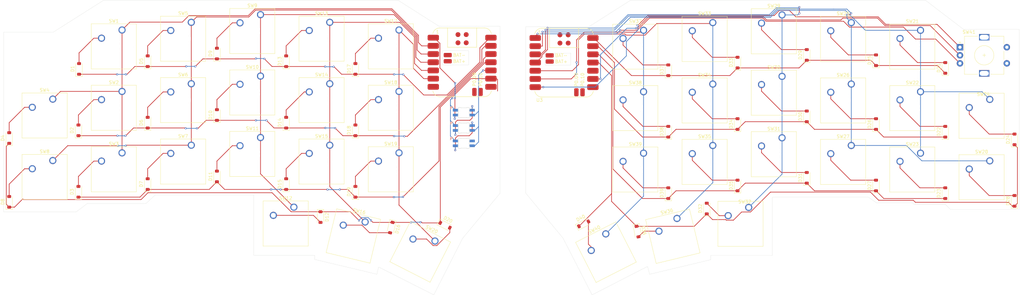
<source format=kicad_pcb>
(kicad_pcb (version 20241229) (generator "pcbnew") (generator_version "9.0")
  (layers (0 "F.Cu" signal) (2 "B.Cu" signal) (13 "F.Paste" user) (15 "B.Paste" user) (5 "F.SilkS" user "F.Silkscreen") (7 "B.SilkS" user "B.Silkscreen") (1 "F.Mask" user) (3 "B.Mask" user) (25 "Edge.Cuts" user))
  (net 0 "")
  (net 1 "GND")
  (net 2 "Net-(D11-K)")
  (net 4 "Net-(U1-P0.03_A1_D1)")
  (net 6 "Net-(U1-P0.29_A3_D3)")
  (net 8 "Net-(U1-P0.05_A5_D5_SCL)")
  (net 11 "Net-(U1-P0.28_A2_D2)")
  (net 13 "Net-(D21-K)")
  (net 14 "Net-(U1-P0.04_A4_D4_SDA)")
  (net 17 "Net-(D1-K)")
  (net 19 "Net-(U3-P0.04_A4_D4_SDA)")
  (net 21 "Net-(U3-P0.02_A0_D0)")
  (net 22 "Net-(U3-P0.05_A5_D5_SCL)")
  (net 25 "Net-(U3-P0.03_A1_D1)")
  (net 29 "Net-(U3-P0.28_A2_D2)")
  (net 30 "Net-(U3-P0.29_A3_D3)")
  (net 32 "Net-(U3-P1.11_D6_TX)")
  (net 35 "Net-(D1-A)")
  (net 36 "Net-(D3-A)")
  (net 37 "Net-(D5-A)")
  (net 38 "Net-(D7-A)")
  (net 39 "Net-(D9-A)")
  (net 40 "Net-(D11-A)")
  (net 41 "Net-(D12-A)")
  (net 42 "Net-(D13-A)")
  (net 43 "Net-(D14-A)")
  (net 44 "Net-(D15-A)")
  (net 45 "Net-(D21-A)")
  (net 46 "Net-(D22-A)")
  (net 47 "Net-(D23-A)")
  (net 48 "Net-(D24-A)")
  (net 49 "Net-(D25-A)")
  (net 50 "Net-(D31-A)")
  (net 51 "Net-(D32-A)")
  (net 52 "Net-(D33-A)")
  (net 53 "Net-(D34-A)")
  (net 54 "Net-(D35-A)")
  (net 57 "Net-(D10-K)")
  (net 58 "Net-(D2-A)")
  (net 59 "Net-(D12-K)")
  (net 60 "Net-(D4-A)")
  (net 61 "Net-(D6-A)")
  (net 62 "Net-(D8-A)")
  (net 63 "Net-(D10-A)")
  (net 64 "Net-(D16-A)")
  (net 65 "Net-(D17-A)")
  (net 66 "Net-(D18-A)")
  (net 67 "Net-(D19-A)")
  (net 68 "Net-(D20-A)")
  (net 69 "Net-(D22-K)")
  (net 70 "Net-(D23-K)")
  (net 71 "Net-(D24-K)")
  (net 72 "Net-(D26-A)")
  (net 73 "Net-(D27-A)")
  (net 74 "Net-(D28-A)")
  (net 75 "Net-(D29-A)")
  (net 76 "Net-(D30-A)")
  (net 77 "Net-(D36-A)")
  (net 78 "Net-(D37-A)")
  (net 79 "Net-(D38-A)")
  (net 80 "Net-(D39-A)")
  (net 81 "Net-(D40-A)")
  (net 82 "Net-(D41-DIN)")
  (net 83 "Net-(D41-DOUT)")
  (net 84 "Net-(D42-DOUT)")
  (net 87 "Net-(D41-VDD)")
  (footprint "Diode_SMD:D_SOD-123" (layer "F.Cu") (at 263.49 119.93 -27)
    (property "Reference" "D20")
    (property "Value" "D")
  )
  (footprint "Diode_SMD:D_SOD-123" (layer "F.Cu") (at 192.88125 104.775 90)
    (property "Reference" "D11")
    (property "Value" "D")
  )
  (footprint "Button_Switch_Keyboard:SW_Cherry_MX_1.00u_PCB" (layer "F.Cu") (at 313.24225 122.58475 27)
    (property "Reference" "SW40")
    (property "Value" "SW_Push")
  )
  (footprint "Hackclub Footprints:MX_SK6812MINI-E_REV" (layer "F.Cu") (at 269.29375 89.44125)
    (property "Reference" "D43" (hide yes))
    (property "Value" "SK6812MINI-E")
    (fp_line (start -1.699999 5.782842) (end -1.699999 4.377158) (stroke (width 0.1)) (layer "Edge.Cuts"))
    (fp_line (start -0.794452 3.58) (end 0.794452 3.58) (stroke (width 0.1)) (layer "Edge.Cuts"))
    (fp_line (start 0.794452 6.579999) (end -0.794453 6.579999) (stroke (width 0.1)) (layer "Edge.Cuts"))
    (fp_line (start 1.699999 4.377158) (end 1.699999 5.782842) (stroke (width 0.1)) (layer "Edge.Cuts"))
    (fp_arc (start -1.749484 4.16028) (mid -1.712527 4.265932) (end -1.699999 4.377158) (stroke (width 0.1)) (layer "Edge.Cuts"))
    (fp_arc (start -1.749484 4.160281) (mid -1.638072 3.575965) (end -1.046711 3.511701) (stroke (width 0.1)) (layer "Edge.Cuts"))
    (fp_arc (start -1.699999 5.782843) (mid -1.712527 5.894068) (end -1.749484 5.99972) (stroke (width 0.1)) (layer "Edge.Cuts"))
    (fp_arc (start -1.046711 6.648298) (mid -1.638071 6.584034) (end -1.749484 5.99972) (stroke (width 0.1)) (layer "Edge.Cuts"))
    (fp_arc (start -1.046711 6.648298) (mid -0.925123 6.597376) (end -0.794453 6.579999) (stroke (width 0.1)) (layer "Edge.Cuts"))
    (fp_arc (start -0.794452 3.58) (mid -0.925123 3.562623) (end -1.046711 3.511701) (stroke (width 0.1)) (layer "Edge.Cuts"))
    (fp_arc (start 0.794453 6.58) (mid 0.925123 6.597377) (end 1.046711 6.648299) (stroke (width 0.1)) (layer "Edge.Cuts"))
    (fp_arc (start 1.04671 3.511701) (mid 0.925122 3.562623) (end 0.794452 3.58) (stroke (width 0.1)) (layer "Edge.Cuts"))
    (fp_arc (start 1.046711 3.511703) (mid 1.63807 3.575966) (end 1.749484 4.16028) (stroke (width 0.1)) (layer "Edge.Cuts"))
    (fp_arc (start 1.699999 4.377157) (mid 1.712527 4.265932) (end 1.749484 4.16028) (stroke (width 0.1)) (layer "Edge.Cuts"))
    (fp_arc (start 1.749484 5.99972) (mid 1.638071 6.584035) (end 1.046711 6.648299) (stroke (width 0.1)) (layer "Edge.Cuts"))
    (fp_arc (start 1.749484 5.99972) (mid 1.712527 5.894068) (end 1.699999 5.782842) (stroke (width 0.1)) (layer "Edge.Cuts"))
  )
  (footprint "Button_Switch_Keyboard:SW_Cherry_MX_1.00u_PCB" (layer "F.Cu") (at 163.5125 97.4725)
    (property "Reference" "SW3")
    (property "Value" "SW_Push")
  )
  (footprint "Button_Switch_Keyboard:SW_Cherry_MX_1.00u_PCB" (layer "F.Cu") (at 227.80625 56.99125)
    (property "Reference" "SW13")
    (property "Value" "SW_Push")
  )
  (footprint "Button_Switch_Keyboard:SW_Cherry_MX_1.00u_PCB" (layer "F.Cu") (at 216.69375 114.3)
    (property "Reference" "SW12")
    (property "Value" "SW_Push")
  )
  (footprint "Button_Switch_Keyboard:SW_Cherry_MX_1.00u_PCB" (layer "F.Cu") (at 410.65475 78.515)
    (property "Reference" "SW22")
    (property "Value" "SW_Push")
  )
  (footprint "Button_Switch_Keyboard:SW_Cherry_MX_1.00u_PCB" (layer "F.Cu") (at 249.2375 78.4225)
    (property "Reference" "SW18")
    (property "Value" "SW_Push")
  )
  (footprint "Diode_SMD:D_SOD-123" (layer "F.Cu") (at 224.94 117.38 -90)
    (property "Reference" "D12")
    (property "Value" "D")
  )
  (footprint "Diode_SMD:D_SOD-123" (layer "F.Cu") (at 332.58625 109.9625 90)
    (property "Reference" "D39")
    (property "Value" "D")
  )
  (footprint "Diode_SMD:D_SOD-123" (layer "F.Cu") (at 171.45 107.15625 90)
    (property "Reference" "D7")
    (property "Value" "D")
  )
  (footprint "Diode_SMD:D_SOD-123" (layer "F.Cu") (at 306.3925 119.4875 27)
    (property "Reference" "D40")
    (property "Value" "D")
  )
  (footprint "Diode_SMD:D_SOD-123" (layer "F.Cu") (at 192.88125 85.725 90)
    (property "Reference" "D10")
    (property "Value" "D")
  )
  (footprint "Button_Switch_Keyboard:SW_Cherry_MX_1.00u_PCB" (layer "F.Cu") (at 324.92925 59.464)
    (property "Reference" "SW37")
    (property "Value" "SW_Push")
  )
  (footprint "Diode_SMD:D_SOD-123" (layer "F.Cu") (at 396.88 88.53125 90)
    (property "Reference" "D26")
    (property "Value" "D")
  )
  (footprint "Diode_SMD:D_SOD-123" (layer "F.Cu") (at 375.44875 105.2 90)
    (property "Reference" "D31")
    (property "Value" "D")
  )
  (footprint "Diode_SMD:D_SOD-123" (layer "F.Cu") (at 214.3125 88.10625 90)
    (property "Reference" "D14")
    (property "Value" "D")
  )
  (footprint "Button_Switch_Keyboard:SW_Cherry_MX_1.00u_PCB" (layer "F.Cu") (at 227.80625 95.09125)
    (property "Reference" "SW15")
    (property "Value" "SW_Push")
  )
  (footprint "Button_Switch_Keyboard:SW_Cherry_MX_1.00u_PCB" (layer "F.Cu") (at 249.2375 97.4725)
    (property "Reference" "SW19")
    (property "Value" "SW_Push")
  )
  (footprint "Diode_SMD:D_SOD-123" (layer "F.Cu") (at 439.7425 93.29375 90)
    (property "Reference" "D24")
    (property "Value" "D")
  )
  (footprint "Diode_SMD:D_SOD-123" (layer "F.Cu") (at 192.88125 66.675 90)
    (property "Reference" "D9")
    (property "Value" "D")
  )
  (footprint "Diode_SMD:D_SOD-123" (layer "F.Cu") (at 354.0175 88.53125 90)
    (property "Reference" "D34")
    (property "Value" "D")
  )
  (footprint "Button_Switch_Keyboard:SW_Cherry_MX_1.00u_PCB" (layer "F.Cu") (at 324.9295 78.51425)
    (property "Reference" "SW38")
    (property "Value" "SW_Push")
  )
  (footprint "Diode_SMD:D_SOD-123" (layer "F.Cu") (at 396.88 107.58125 90)
    (property "Reference" "D27")
    (property "Value" "D")
  )
  (footprint "Diode_SMD:D_SOD-123" (layer "F.Cu") (at 344.4925 114.725 90)
    (property "Reference" "D32")
    (property "Value" "D")
  )
  (footprint "Diode_SMD:D_SOD-123" (layer "F.Cu") (at 332.58625 71.8625 90)
    (property "Reference" "D37")
    (property "Value" "D")
  )
  (footprint "Diode_SMD:D_SOD-123" (layer "F.Cu") (at 396.88 68.75 90)
    (property "Reference" "D25")
    (property "Value" "D")
  )
  (footprint "Diode_SMD:D_SOD-123" (layer "F.Cu") (at 171.45 69.05625 90)
    (property "Reference" "D5")
    (property "Value" "D")
  )
  (footprint "Button_Switch_Keyboard:SW_Cherry_MX_1.00u_PCB" (layer "F.Cu") (at 227.806 76.041)
    (property "Reference" "SW14")
    (property "Value" "SW_Push")
  )
  (footprint "Button_Switch_Keyboard:SW_Cherry_MX_1.00u_PCB" (layer "F.Cu") (at 346.3605 76.1325)
    (property "Reference" "SW34")
    (property "Value" "SW_Push")
  )
  (footprint "Diode_SMD:D_SOD-123" (layer "F.Cu") (at 439.7425 112.34375 90)
    (property "Reference" "D28")
    (property "Value" "D")
  )
  (footprint "Diode_SMD:D_SOD-123" (layer "F.Cu") (at 332.58625 90.9125 90)
    (property "Reference" "D38")
    (property "Value" "D")
  )
  (footprint "Diode_SMD:D_SOD-123" (layer "F.Cu") (at 171.45 88.10625 90)
    (property "Reference" "D6")
    (property "Value" "D")
  )
  (footprint "Diode_SMD:D_SOD-123" (layer "F.Cu") (at 375.44875 67.1 90)
    (property "Reference" "D29")
    (property "Value" "D")
  )
  (footprint "Button_Switch_Keyboard:SW_Cherry_MX_1.00u_PCB" (layer "F.Cu") (at 249.2375 59.3725)
    (property "Reference" "SW17")
    (property "Value" "SW_Push")
  )
  (footprint "Diode_SMD:D_SOD-123" (layer "F.Cu") (at 235.74375 90.4875 90)
    (property "Reference" "D18")
    (property "Value" "D")
  )
  (footprint "Diode_SMD:D_SOD-123" (layer "F.Cu") (at 214.3125 69.05625 90)
    (property "Reference" "D13")
    (property "Value" "D")
  )
  (footprint "Button_Switch_Keyboard:SW_Cherry_MX_1.00u_PCB" (layer "F.Cu") (at 357.473 114.391)
    (property "Reference" "SW32")
    (property "Value" "SW_Push")
  )
  (footprint "Button_Switch_Keyboard:SW_Cherry_MX_1.00u_PCB" (layer "F.Cu") (at 367.792 92.80175)
    (property "Reference" "SW31")
    (property "Value" "SW_Push")
  )
  (footprint "Button_Switch_Keyboard:SW_Cherry_MX_1.00u_PCB" (layer "F.Cu") (at 324.92925 97.564)
    (property "Reference" "SW39")
    (property "Value" "SW_Push")
  )
  (footprint "Button_Switch_Keyboard:SW_Cherry_MX_1.00u_PCB" (layer "F.Cu") (at 410.65475 97.56475)
    (property "Reference" "SW23")
    (property "Value" "SW_Push")
  )
  (footprint "Diode_SMD:D_SOD-123" (layer "F.Cu") (at 354.0175 107.58125 90)
    (property "Reference" "D35")
    (property "Value" "D")
  )
  (footprint "Hackclub Footprints:MX_SK6812MINI-E_REV" (layer "F.Cu") (at 269.29375 79.91625)
    (property "Reference" "D41" (hide yes))
    (property "Value" "SK6812MINI-E")
    (fp_line (start -1.699999 5.782842) (end -1.699999 4.377158) (stroke (width 0.1)) (layer "Edge.Cuts"))
    (fp_line (start -0.794452 3.58) (end 0.794452 3.58) (stroke (width 0.1)) (layer "Edge.Cuts"))
    (fp_line (start 0.794452 6.579999) (end -0.794453 6.579999) (stroke (width 0.1)) (layer "Edge.Cuts"))
    (fp_line (start 1.699999 4.377158) (end 1.699999 5.782842) (stroke (width 0.1)) (layer "Edge.Cuts"))
    (fp_arc (start -1.749484 4.16028) (mid -1.712527 4.265932) (end -1.699999 4.377158) (stroke (width 0.1)) (layer "Edge.Cuts"))
    (fp_arc (start -1.749484 4.160281) (mid -1.638072 3.575965) (end -1.046711 3.511701) (stroke (width 0.1)) (layer "Edge.Cuts"))
    (fp_arc (start -1.699999 5.782843) (mid -1.712527 5.894068) (end -1.749484 5.99972) (stroke (width 0.1)) (layer "Edge.Cuts"))
    (fp_arc (start -1.046711 6.648298) (mid -1.638071 6.584034) (end -1.749484 5.99972) (stroke (width 0.1)) (layer "Edge.Cuts"))
    (fp_arc (start -1.046711 6.648298) (mid -0.925123 6.597376) (end -0.794453 6.579999) (stroke (width 0.1)) (layer "Edge.Cuts"))
    (fp_arc (start -0.794452 3.58) (mid -0.925123 3.562623) (end -1.046711 3.511701) (stroke (width 0.1)) (layer "Edge.Cuts"))
    (fp_arc (start 0.794453 6.58) (mid 0.925123 6.597377) (end 1.046711 6.648299) (stroke (width 0.1)) (layer "Edge.Cuts"))
    (fp_arc (start 1.04671 3.511701) (mid 0.925122 3.562623) (end 0.794452 3.58) (stroke (width 0.1)) (layer "Edge.Cuts"))
    (fp_arc (start 1.046711 3.511703) (mid 1.63807 3.575966) (end 1.749484 4.16028) (stroke (width 0.1)) (layer "Edge.Cuts"))
    (fp_arc (start 1.699999 4.377157) (mid 1.712527 4.265932) (end 1.749484 4.16028) (stroke (width 0.1)) (layer "Edge.Cuts"))
    (fp_arc (start 1.749484 5.99972) (mid 1.638071 6.584035) (end 1.046711 6.648299) (stroke (width 0.1)) (layer "Edge.Cuts"))
    (fp_arc (start 1.749484 5.99972) (mid 1.712527 5.894068) (end 1.699999 5.782842) (stroke (width 0.1)) (layer "Edge.Cuts"))
  )
  (footprint "Button_Switch_Keyboard:SW_Cherry_MX_1.00u_PCB" (layer "F.Cu") (at 142.08125 99.85375)
    (property "Reference" "SW8")
    (property "Value" "SW_Push")
  )
  (footprint "Button_Switch_Keyboard:SW_Cherry_MX_1.00u_PCB" (layer "F.Cu") (at 184.94375 95.09125)
    (property "Reference" "SW7")
    (property "Value" "SW_Push")
  )
  (footprint "Button_Switch_Keyboard:SW_Cherry_MX_1.00u_PCB" (layer "F.Cu") (at 432.086 80.895)
    (property "Reference" "SW24")
    (property "Value" "SW_Push")
  )
  (footprint "Diode_SMD:D_SOD-123" (layer "F.Cu") (at 235.74375 109.5375 90)
    (property "Reference" "D19")
    (property "Value" "D")
  )
  (footprint "Diode_SMD:D_SOD-123" (layer "F.Cu") (at 150.21075 71.4375 90)
    (property "Reference" "D1")
    (property "Value" "D")
  )
  (footprint "Button_Switch_Keyboard:SW_Cherry_MX_1.00u_PCB" (layer "F.Cu") (at 346.36025 57.08225)
    (property "Reference" "SW33")
    (property "Value" "SW_Push")
  )
  (footprint "Button_Switch_Keyboard:SW_Cherry_MX_1.00u_PCB" (layer "F.Cu") (at 163.512 59.373)
    (property "Reference" "SW1")
    (property "Value" "SW_Push")
  )
  (footprint "marbastlib-xp-promicroish:Xiao_nRF52840_AC_Reflow" (layer "F.Cu") (at 300.323 69.4645)
    (property "Reference" "U3")
    (property "Value" "XIAO-nRF52840-SMD")
  )
  (footprint "Hackclub Footprints:MX_SK6812MINI-E_REV" (layer "F.Cu") (at 269.29375 84.67875)
    (property "Reference" "D42" (hide yes))
    (property "Value" "SK6812MINI-E")
    (fp_line (start -1.699999 5.782842) (end -1.699999 4.377158) (stroke (width 0.1)) (layer "Edge.Cuts"))
    (fp_line (start -0.794452 3.58) (end 0.794452 3.58) (stroke (width 0.1)) (layer "Edge.Cuts"))
    (fp_line (start 0.794452 6.579999) (end -0.794453 6.579999) (stroke (width 0.1)) (layer "Edge.Cuts"))
    (fp_line (start 1.699999 4.377158) (end 1.699999 5.782842) (stroke (width 0.1)) (layer "Edge.Cuts"))
    (fp_arc (start -1.749484 4.16028) (mid -1.712527 4.265932) (end -1.699999 4.377158) (stroke (width 0.1)) (layer "Edge.Cuts"))
    (fp_arc (start -1.749484 4.160281) (mid -1.638072 3.575965) (end -1.046711 3.511701) (stroke (width 0.1)) (layer "Edge.Cuts"))
    (fp_arc (start -1.699999 5.782843) (mid -1.712527 5.894068) (end -1.749484 5.99972) (stroke (width 0.1)) (layer "Edge.Cuts"))
    (fp_arc (start -1.046711 6.648298) (mid -1.638071 6.584034) (end -1.749484 5.99972) (stroke (width 0.1)) (layer "Edge.Cuts"))
    (fp_arc (start -1.046711 6.648298) (mid -0.925123 6.597376) (end -0.794453 6.579999) (stroke (width 0.1)) (layer "Edge.Cuts"))
    (fp_arc (start -0.794452 3.58) (mid -0.925123 3.562623) (end -1.046711 3.511701) (stroke (width 0.1)) (layer "Edge.Cuts"))
    (fp_arc (start 0.794453 6.58) (mid 0.925123 6.597377) (end 1.046711 6.648299) (stroke (width 0.1)) (layer "Edge.Cuts"))
    (fp_arc (start 1.04671 3.511701) (mid 0.925122 3.562623) (end 0.794452 3.58) (stroke (width 0.1)) (layer "Edge.Cuts"))
    (fp_arc (start 1.046711 3.511703) (mid 1.63807 3.575966) (end 1.749484 4.16028) (stroke (width 0.1)) (layer "Edge.Cuts"))
    (fp_arc (start 1.699999 4.377157) (mid 1.712527 4.265932) (end 1.749484 4.16028) (stroke (width 0.1)) (layer "Edge.Cuts"))
    (fp_arc (start 1.749484 5.99972) (mid 1.638071 6.584035) (end 1.046711 6.648299) (stroke (width 0.1)) (layer "Edge.Cuts"))
    (fp_arc (start 1.749484 5.99972) (mid 1.712527 5.894068) (end 1.699999 5.782842) (stroke (width 0.1)) (layer "Edge.Cuts"))
  )
  (footprint "Rotary_Encoder:RotaryEncoder_Alps_EC11E-Switch_Vertical_H20mm" (layer "F.Cu") (at 422.86125 64.71875)
    (property "Reference" "SW41")
    (property "Value" "RotaryEncoder_Switch")
  )
  (footprint "Diode_SMD:D_SOD-123" (layer "F.Cu") (at 375.44875 86.15 90)
    (property "Reference" "D30")
    (property "Value" "D")
  )
  (footprint "Diode_SMD:D_SOD-123" (layer "F.Cu") (at 235.74375 71.4375 90)
    (property "Reference" "D17")
    (property "Value" "D")
  )
  (footprint "Button_Switch_Keyboard:SW_Cherry_MX_1.00u_PCB" (layer "F.Cu") (at 389.223 76.13225)
    (property "Reference" "SW26")
    (property "Value" "SW_Push")
  )
  (footprint "Button_Switch_Keyboard:SW_Cherry_MX_1.00u_PCB" (layer "F.Cu") (at 346.36025 95.18225)
    (property "Reference" "SW35")
    (property "Value" "SW_Push")
  )
  (footprint "Button_Switch_Keyboard:SW_Cherry_MX_1.00u_PCB" (layer "F.Cu") (at 184.9435 76.041)
    (property "Reference" "SW6")
    (property "Value" "SW_Push")
  )
  (footprint "Button_Switch_Keyboard:SW_Cherry_MX_1.00u_PCB" (layer "F.Cu") (at 335.276417 117.79541 13.5)
    (property "Reference" "SW36")
    (property "Value" "SW_Push")
  )
  (footprint "Button_Switch_Keyboard:SW_Cherry_MX_1.00u_PCB" (layer "F.Cu") (at 206.375 92.71)
    (property "Reference" "SW11")
    (property "Value" "SW_Push")
  )
  (footprint "Button_Switch_Keyboard:SW_Cherry_MX_1.00u_PCB" (layer "F.Cu") (at 367.792 73.75175)
    (property "Reference" "SW30")
    (property "Value" "SW_Push")
  )
  (footprint "Diode_SMD:D_SOD-123" (layer "F.Cu") (at 323.06125 121.86875 -79.5)
    (property "Reference" "D36")
    (property "Value" "D")
  )
  (footprint "Button_Switch_Keyboard:SW_Cherry_MX_1.00u_PCB" (layer "F.Cu") (at 367.792 54.70175)
    (property "Reference" "SW29")
    (property "Value" "SW_Push")
  )
  (footprint "marbastlib-xp-promicroish:Xiao_nRF52840_AC_Reflow" (layer "F.Cu") (at 268.763752 69.37375)
    (property "Reference" "U1" (hide yes))
    (property "Value" "XIAO-nRF52840-SMD" (hide yes))
  )
  (footprint "Diode_SMD:D_SOD-123" (layer "F.Cu") (at 128.5875 112.65 90)
    (property "Reference" "D8")
    (property "Value" "D")
  )
  (footprint "Diode_SMD:D_SOD-123" (layer "F.Cu") (at 354.0175 69.48125 90)
    (property "Reference" "D33")
    (property "Value" "D")
  )
  (footprint "Button_Switch_Keyboard:SW_Cherry_MX_1.00u_PCB" (layer "F.Cu") (at 184.94375 56.99125)
    (property "Reference" "SW5")
    (property "Value" "SW_Push")
  )
  (footprint "Button_Switch_Keyboard:SW_Cherry_MX_1.00u_PCB" (layer "F.Cu") (at 206.375 54.61)
    (property "Reference" "SW9")
    (property "Value" "SW_Push")
  )
  (footprint "Button_Switch_Keyboard:SW_Cherry_MX_1.00u_PCB" (layer "F.Cu") (at 389.223 57.08225)
    (property "Reference" "SW25")
    (property "Value" "SW_Push")
  )
  (footprint "Button_Switch_Keyboard:SW_Cherry_MX_1.00u_PCB" (layer "F.Cu") (at 163.5125 78.4225)
    (property "Reference" "SW2")
    (property "Value" "SW_Push")
  )
  (footprint "Diode_SMD:D_SOD-123" (layer "F.Cu") (at 214.3125 107.15625 90)
    (property "Reference" "D15")
    (property "Value" "D")
  )
  (footprint "Button_Switch_Keyboard:SW_Cherry_MX_1.00u_PCB" (layer "F.Cu") (at 410.65475 59.46475)
    (property "Reference" "SW21")
    (property "Value" "SW_Push")
  )
  (footprint "Button_Switch_Keyboard:SW_Cherry_MX_1.00u_PCB" (layer "F.Cu") (at 206.375 73.66)
    (property "Reference" "SW10")
    (property "Value" "SW_Push")
  )
  (footprint "Diode_SMD:D_SOD-123" (layer "F.Cu") (at 150.01875 90.4875 90)
    (property "Reference" "D2")
    (property "Value" "D")
  )
  (footprint "Diode_SMD:D_SOD-123" (layer "F.Cu") (at 246.86 120.63 -103.5)
    (property "Reference" "D16")
    (property "Value" "D")
  )
  (footprint "Button_Switch_Keyboard:SW_Cherry_MX_1.00u_PCB" (layer "F.Cu") (at 260.371027 124.799683 -27)
    (property "Reference" "SW20")
    (property "Value" "SW_Push")
  )
  (footprint "Diode_SMD:D_SOD-123" (layer "F.Cu") (at 128.5875 92.86875 90)
    (property "Reference" "D4")
    (property "Value" "D")
  )
  (footprint "Button_Switch_Keyboard:SW_Cherry_MX_1.00u_PCB" (layer "F.Cu") (at 142.081 80.8035)
    (property "Reference" "SW4")
    (property "Value" "SW_Push")
  )
  (footprint "Button_Switch_Keyboard:SW_Cherry_MX_1.00u_PCB" (layer "F.Cu") (at 238.75 118.89 -13.5)
    (property "Reference" "SW16")
    (property "Value" "SW_Push")
  )
  (footprint "Button_Switch_Keyboard:SW_Cherry_MX_1.00u_PCB" (layer "F.Cu") (at 432.086 99.945)
    (property "Reference" "SW28")
    (property "Value" "SW_Push")
  )
  (footprint "Button_Switch_Keyboard:SW_Cherry_MX_1.00u_PCB" (layer "F.Cu") (at 389.2235 95.1825)
    (property "Reference" "SW27")
    (property "Value" "SW_Push")
  )
  (footprint "Diode_SMD:D_SOD-123" (layer "F.Cu") (at 150.01875 109.5375 90)
    (property "Reference" "D3")
    (property "Value" "D")
  )
  (footprint "Diode_SMD:D_SOD-123" (layer "F.Cu") (at 418.31125 109.9625 90)
    (property "Reference" "D23")
    (property "Value" "D")
  )
  (footprint "Diode_SMD:D_SOD-123" (layer "F.Cu") (at 418.31125 90.9125 90)
    (property "Reference" "D22")
    (property "Value" "D")
  )
  (footprint "Diode_SMD:D_SOD-123" (layer "F.Cu") (at 418.31125 71.13125 90)
    (property "Reference" "D21")
    (property "Value" "D")
  )
  (footprint "" (layer "B.Cu") (at 429.545502 105.025 180)
    (property "Reference" "")
    (property "Value" "")
  )
  (gr_line (start 268.9 124) (end 280.5 110) (stroke (width 0.05)) (layer "Edge.Cuts"))
  (gr_line (start 260 141.5) (end 268.9 124) (stroke (width 0.05)) (layer "Edge.Cuts"))
  (gr_line (start 142.3 60) (end 126.9 60) (stroke (width 0.05)) (layer "Edge.Cuts"))
  (gr_line (start 243.2 133) (end 242.9 132.9) (stroke (width 0.05)) (layer "Edge.Cuts"))
  (gr_line (start 308.1 58.3) (end 288.5 58.3) (stroke (width 0.05)) (layer "Edge.Cuts"))
  (gr_line (start 280.5 58.2) (end 280.5 110) (stroke (width 0.05)) (layer "Edge.Cuts"))
  (gr_line (start 326.8 135.1) (end 345.7 130.6) (stroke (width 0.05)) (layer "Edge.Cuts"))
  (gr_line (start 321 50.1) (end 308.1 58.3) (stroke (width 0.05)) (layer "Edge.Cuts"))
  (gr_line (start 408.1 113) (end 408.8 113.5) (stroke (width 0.05)) (layer "Edge.Cuts"))
  (gr_line (start 157.9 50.1) (end 247.6 50.1) (stroke (width 0.05)) (layer "Edge.Cuts"))
  (gr_line (start 345.7 129.3) (end 364.8 129.3) (stroke (width 0.05)) (layer "Edge.Cuts"))
  (gr_line (start 126.9 75.2) (end 126.9 60) (stroke (width 0.05)) (layer "Edge.Cuts"))
  (gr_line (start 242.9 132.9) (end 242.4 135.1) (stroke (width 0.05)) (layer "Edge.Cuts"))
  (gr_line (start 223.1 130.5) (end 223.1 129.2) (stroke (width 0.05)) (layer "Edge.Cuts"))
  (gr_line (start 152.7 113.2) (end 149.3 115.8) (stroke (width 0.05)) (layer "Edge.Cuts"))
  (gr_line (start 419.9 115) (end 441.2 115) (stroke (width 0.05)) (layer "Edge.Cuts"))
  (gr_line (start 408.8 113.5) (end 418.4 113.5) (stroke (width 0.05)) (layer "Edge.Cuts"))
  (gr_rect (start 262.7 65.8) (end 270.8 70.2) (stroke (width 0.05)) (fill no) (layer "Edge.Cuts"))
  (gr_line (start 248.857317 50.1) (end 261.6 58.2) (stroke (width 0.05)) (layer "Edge.Cuts"))
  (gr_line (start 396.8 112.8) (end 397.1 113) (stroke (width 0.05)) (layer "Edge.Cuts"))
  (gr_rect (start 294.5 66.5) (end 302.4 70.3) (stroke (width 0.05)) (fill no) (layer "Edge.Cuts"))
  (gr_line (start 242.4 135.1) (end 223.1 130.5) (stroke (width 0.05)) (layer "Edge.Cuts"))
  (gr_line (start 394.5 111.2) (end 396.8 112.8) (stroke (width 0.05)) (layer "Edge.Cuts"))
  (gr_line (start 441.2 115) (end 441.2 59.2) (stroke (width 0.05)) (layer "Edge.Cuts"))
  (gr_line (start 223.1 129.2) (end 204.3 129.2) (stroke (width 0.05)) (layer "Edge.Cuts"))
  (gr_line (start 142.3 60) (end 157.9 50.1) (stroke (width 0.05)) (layer "Edge.Cuts"))
  (gr_line (start 418.4 113.5) (end 419.9 115) (stroke (width 0.05)) (layer "Edge.Cuts"))
  (gr_line (start 247.6 50.1) (end 248.857317 50.1) (stroke (width 0.05)) (layer "Edge.Cuts"))
  (gr_line (start 149.3 115.8) (end 126.9 115.8) (stroke (width 0.05)) (layer "Edge.Cuts"))
  (gr_line (start 243.8 133.3) (end 243.2 133) (stroke (width 0.05)) (layer "Edge.Cuts"))
  (gr_line (start 364.8 111.2) (end 394.5 111.2) (stroke (width 0.05)) (layer "Edge.Cuts"))
  (gr_line (start 397.1 113) (end 408.1 113) (stroke (width 0.05)) (layer "Edge.Cuts"))
  (gr_line (start 424 59.2) (end 412.1 50.1) (stroke (width 0.05)) (layer "Edge.Cuts"))
  (gr_line (start 441.2 59.2) (end 424 59.2) (stroke (width 0.05)) (layer "Edge.Cuts"))
  (gr_line (start 204.3 129.2) (end 204.3 110.5) (stroke (width 0.05)) (layer "Edge.Cuts"))
  (gr_line (start 280.5 58.2) (end 261.6 58.2) (stroke (width 0.05)) (layer "Edge.Cuts"))
  (gr_line (start 364.8 129.3) (end 364.8 111.2) (stroke (width 0.05)) (layer "Edge.Cuts"))
  (gr_line (start 170.9 113.2) (end 152.7 113.2) (stroke (width 0.05)) (layer "Edge.Cuts"))
  (gr_line (start 309 141.5) (end 300 123.9) (stroke (width 0.05)) (layer "Edge.Cuts"))
  (gr_line (start 412.1 50.1) (end 321 50.1) (stroke (width 0.05)) (layer "Edge.Cuts"))
  (gr_line (start 173.8 110.5) (end 170.9 113.2) (stroke (width 0.05)) (layer "Edge.Cuts"))
  (gr_line (start 300 123.9) (end 288.5 110) (stroke (width 0.05)) (layer "Edge.Cuts"))
  (gr_line (start 288.5 58.3) (end 288.5 110) (stroke (width 0.05)) (layer "Edge.Cuts"))
  (gr_line (start 204.3 110.5) (end 173.8 110.5) (stroke (width 0.05)) (layer "Edge.Cuts"))
  (gr_line (start 309 141.5) (end 326 132.75) (stroke (width 0.05)) (layer "Edge.Cuts"))
  (gr_line (start 326 132.75) (end 326.2 132.75) (stroke (width 0.05)) (layer "Edge.Cuts"))
  (gr_line (start 326.2 132.75) (end 326.8 135.1) (stroke (width 0.05)) (layer "Edge.Cuts"))
  (gr_line (start 126.9 115.8) (end 126.9 75.2) (stroke (width 0.05)) (layer "Edge.Cuts"))
  (gr_line (start 260 141.5) (end 243.8 133.3) (stroke (width 0.05)) (layer "Edge.Cuts"))
  (gr_line (start 345.7 130.6) (end 345.7 129.3) (stroke (width 0.05)) (layer "Edge.Cuts"))
  (segment (start 311.33 74.55) (end 311.3245 74.5445) (width 0.2) (layer "F.Cu") (net 1))
  (segment (start 322.805 58.825) (end 322.655 58.825) (width 0.2) (layer "F.Cu") (net 1))
  (segment (start 311.605 74.55) (end 311.33 74.55) (width 0.2) (layer "F.Cu") (net 1))
  (segment (start 311.3245 74.5445) (end 309.243 74.5445) (width 0.2) (layer "F.Cu") (net 1))
  (segment (start 279.734752 78.3) (end 279.734752 74.754751) (width 0.2) (layer "F.Cu") (net 1))
  (segment (start 386.03 56.260436) (end 363.0091 56.260436) (width 0.2) (layer "F.Cu") (net 1))
  (segment (start 322.88 58.9) (end 322.805 58.825) (width 0.2) (layer "F.Cu") (net 1))
  (segment (start 326.49975 55.28025) (end 322.88 58.9) (width 0.2) (layer "F.Cu") (net 1))
  (segment (start 399.705 58.05) (end 397.33625 55.68125) (width 0.2) (layer "F.Cu") (net 1))
  (segment (start 363.0091 56.260436) (end 362.028914 55.28025) (width 0.2) (layer "F.Cu") (net 1))
  (segment (start 386.609186 55.68125) (end 386.03 56.260436) (width 0.2) (layer "F.Cu") (net 1))
  (segment (start 397.33625 55.68125) (end 386.609186 55.68125) (width 0.2) (layer "F.Cu") (net 1))
  (segment (start 265.668015 80.206588) (end 271.420853 74.45375) (width 0.2) (layer "F.Cu") (net 1))
  (segment (start 279.433751 74.45375) (end 277.683752 74.45375) (width 0.2) (layer "F.Cu") (net 1))
  (segment (start 399.73 58.025) (end 399.705 58.05) (width 0.2) (layer "F.Cu") (net 1))
  (segment (start 265.668015 80.488017) (end 265.668015 80.206588) (width 0.2) (layer "F.Cu") (net 1))
  (segment (start 279.734752 74.754751) (end 279.433751 74.45375) (width 0.2) (layer "F.Cu") (net 1))
  (segment (start 413.6675 58.025) (end 399.73 58.025) (width 0.2) (layer "F.Cu") (net 1))
  (segment (start 362.028914 55.28025) (end 326.49975 55.28025) (width 0.2) (layer "F.Cu") (net 1))
  (segment (start 271.420853 74.45375) (end 277.683752 74.45375) (width 0.2) (layer "F.Cu") (net 1))
  (segment (start 422.86125 67.21875) (end 413.6675 58.025) (width 0.2) (layer "F.Cu") (net 1))
  (via (at 322.655 58.825) (size 0.6) (drill 0.3) (layers "F.Cu" "B.Cu") (net 1))
  (via (at 311.605 74.55) (size 0.6) (drill 0.3) (layers "F.Cu" "B.Cu") (net 1))
  (via (at 265.668015 80.488017) (size 0.6) (drill 0.3) (layers "F.Cu" "B.Cu") (net 1))
  (segment (start 322.655 58.825) (end 319.776936 58.825) (width 0.2) (layer "B.Cu") (net 1))
  (segment (start 266.69375 84.24625) (end 265.16 82.7125) (width 0.2) (layer "B.Cu") (net 1))
  (segment (start 311.605 66.996936) (end 311.605 74.55) (width 0.2) (layer "B.Cu") (net 1))
  (segment (start 265.16 92.2375) (end 265.16 87.475) (width 0.2) (layer "B.Cu") (net 1))
  (segment (start 265.16 87.475) (end 265.16 82.7125) (width 0.2) (layer "B.Cu") (net 1))
  (segment (start 319.776936 58.825) (end 311.605 66.996936) (width 0.2) (layer "B.Cu") (net 1))
  (segment (start 265.16 82.7125) (end 265.16 82.66) (width 0.2) (layer "B.Cu") (net 1))
  (segment (start 265.16 82.66) (end 265.16 80.996032) (width 0.2) (layer "B.Cu") (net 1))
  (segment (start 265.16 80.996032) (end 265.668015 80.488017) (width 0.2) (layer "B.Cu") (net 1))
  (segment (start 266.69375 93.77125) (end 265.16 92.2375) (width 0.2) (layer "B.Cu") (net 1))
  (segment (start 266.69375 89.00875) (end 265.16 87.475) (width 0.2) (layer "B.Cu") (net 1))
  (segment (start 275.335201 68.402301) (end 275.335201 69.405202) (width 0.2) (layer "F.Cu") (net 2))
  (segment (start 233.3625 108.80625) (end 235.74375 111.1875) (width 0.2) (layer "F.Cu") (net 2))
  (segment (start 195.2625 108.80625) (end 192.88125 106.425) (width 0.2) (layer "F.Cu") (net 2))
  (segment (start 276.903751 66.833751) (end 275.335201 68.402301) (width 0.2) (layer "F.Cu") (net 2))
  (segment (start 190.5 108.80625) (end 192.88125 106.425) (width 0.2) (layer "F.Cu") (net 2))
  (segment (start 227.05625 108.80625) (end 227.1 108.85) (width 0.2) (layer "F.Cu") (net 2))
  (segment (start 171.45 108.80625) (end 190.5 108.80625) (width 0.2) (layer "F.Cu") (net 2))
  (segment (start 235.76125 111.17) (end 247.67 111.17) (width 0.2) (layer "F.Cu") (net 2))
  (segment (start 235.74375 111.1875) (end 235.76125 111.17) (width 0.2) (layer "F.Cu") (net 2))
  (segment (start 261.618839 99.991161) (end 250.49 111.12) (width 0.2) (layer "F.Cu") (net 2))
  (segment (start 214.3125 108.80625) (end 227.05625 108.80625) (width 0.2) (layer "F.Cu") (net 2))
  (segment (start 275.335201 69.405202) (end 261.618839 83.121563) (width 0.2) (layer "F.Cu") (net 2))
  (segment (start 195.2625 108.80625) (end 209.61875 108.80625) (width 0.2) (layer "F.Cu") (net 2))
  (segment (start 277.683752 66.833751) (end 276.903751 66.833751) (width 0.2) (layer "F.Cu") (net 2))
  (segment (start 150.01875 111.1875) (end 169.06875 111.1875) (width 0.2) (layer "F.Cu") (net 2))
  (segment (start 214.29375 108.825) (end 214.3125 108.80625) (width 0.2) (layer "F.Cu") (net 2))
  (segment (start 261.618839 83.121563) (end 261.618839 99.991161) (width 0.2) (layer "F.Cu") (net 2))
  (segment (start 212.6 108.825) (end 214.29375 108.825) (width 0.2) (layer "F.Cu") (net 2))
  (segment (start 209.61875 108.80625) (end 209.625 108.8) (width 0.2) (layer "F.Cu") (net 2))
  (segment (start 169.06875 111.1875) (end 171.45 108.80625) (width 0.2) (layer "F.Cu") (net 2))
  (segment (start 230.9 108.825) (end 230.91875 108.80625) (width 0.2) (layer "F.Cu") (net 2))
  (segment (start 230.91875 108.80625) (end 233.3625 108.80625) (width 0.2) (layer "F.Cu") (net 2))
  (via (at 212.6 108.825) (size 0.6) (drill 0.3) (layers "F.Cu" "B.Cu") (net 2))
  (via (at 250.49 111.12) (size 0.6) (drill 0.3) (layers "F.Cu" "B.Cu") (net 2))
  (via (at 209.625 108.8) (size 0.6) (drill 0.3) (layers "F.Cu" "B.Cu") (net 2))
  (via (at 227.1 108.85) (size 0.6) (drill 0.3) (layers "F.Cu" "B.Cu") (net 2))
  (via (at 230.9 108.825) (size 0.6) (drill 0.3) (layers "F.Cu" "B.Cu") (net 2))
  (via (at 247.67 111.17) (size 0.6) (drill 0.3) (layers "F.Cu" "B.Cu") (net 2))
  (segment (start 212.575 108.8) (end 212.6 108.825) (width 0.2) (layer "B.Cu") (net 2))
  (segment (start 209.625 108.8) (end 212.575 108.8) (width 0.2) (layer "B.Cu") (net 2))
  (segment (start 230.875 108.85) (end 230.9 108.825) (width 0.2) (layer "B.Cu") (net 2))
  (segment (start 247.67 111.17) (end 250.44 111.17) (width 0.2) (layer "B.Cu") (net 2))
  (segment (start 250.44 111.17) (end 250.49 111.12) (width 0.2) (layer "B.Cu") (net 2))
  (segment (start 227.1 108.85) (end 230.875 108.85) (width 0.2) (layer "B.Cu") (net 2))
  (segment (start 202.58145 54.93145) (end 184.17855 54.93145) (width 0.2) (layer "F.Cu") (net 4))
  (segment (start 142.081 80.8035) (end 144.462 78.4225) (width 0.2) (layer "F.Cu") (net 4))
  (segment (start 163.512 78.422) (end 163.5125 78.4225) (width 0.2) (layer "F.Cu") (net 4))
  (segment (start 163.5125 78.4225) (end 163.5125 97.4725) (width 0.2) (layer "F.Cu") (net 4))
  (segment (start 255.264 63.3) (end 255.264 61.0427) (width 0.2) (layer "F.Cu") (net 4))
  (segment (start 165.945 56.94) (end 163.512 59.373) (width 0.2) (layer "F.Cu") (net 4))
  (segment (start 204.7229 52.79) (end 202.58145 54.93145) (width 0.2) (layer "F.Cu") (net 4))
  (segment (start 182.17 56.94) (end 165.945 56.94) (width 0.2) (layer "F.Cu") (net 4))
  (segment (start 144.462 78.4225) (end 163.5125 78.4225) (width 0.2) (layer "F.Cu") (net 4))
  (segment (start 163.512 59.373) (end 163.512 78.422) (width 0.2) (layer "F.Cu") (net 4))
  (segment (start 256.25775 64.29375) (end 255.264 63.3) (width 0.2) (layer "F.Cu") (net 4))
  (segment (start 255.264 61.0427) (end 247.0113 52.79) (width 0.2) (layer "F.Cu") (net 4))
  (segment (start 247.0113 52.79) (end 204.7229 52.79) (width 0.2) (layer "F.Cu") (net 4))
  (segment (start 184.17855 54.93145) (end 182.17 56.94) (width 0.2) (layer "F.Cu") (net 4))
  (segment (start 259.843752 64.29375) (end 256.25775 64.29375) (width 0.2) (layer "F.Cu") (net 4))
  (segment (start 254.462 61.3749) (end 247.6971 54.61) (width 0.2) (layer "F.Cu") (net 6))
  (segment (start 259.843752 69.37375) (end 255.97575 69.37375) (width 0.2) (layer "F.Cu") (net 6))
  (segment (start 255.97575 69.37375) (end 254.462 67.86) (width 0.2) (layer "F.Cu") (net 6))
  (segment (start 206.375 54.61) (end 206.375 92.71) (width 0.2) (layer "F.Cu") (net 6))
  (segment (start 206.375 103.98125) (end 216.69375 114.3) (width 0.2) (layer "F.Cu") (net 6))
  (segment (start 206.375 92.71) (end 206.375 103.98125) (width 0.2) (layer "F.Cu") (net 6))
  (segment (start 247.6971 54.61) (end 206.375 54.61) (width 0.2) (layer "F.Cu") (net 6))
  (segment (start 254.462 67.86) (end 254.462 61.3749) (width 0.2) (layer "F.Cu") (net 6))
  (segment (start 249.2375 59.3725) (end 253.66 63.795) (width 0.2) (layer "F.Cu") (net 8))
  (segment (start 253.66 71.23) (end 256.88375 74.45375) (width 0.2) (layer "F.Cu") (net 8))
  (segment (start 256.88375 74.45375) (end 259.843752 74.45375) (width 0.2) (layer "F.Cu") (net 8))
  (segment (start 249.2375 113.666156) (end 260.371027 124.799683) (width 0.2) (layer "F.Cu") (net 8))
  (segment (start 253.66 63.795) (end 253.66 71.23) (width 0.2) (layer "F.Cu") (net 8))
  (segment (start 249.2375 97.4725) (end 249.2375 113.666156) (width 0.2) (layer "F.Cu") (net 8))
  (segment (start 249.2375 59.3725) (end 249.2375 97.4725) (width 0.2) (layer "F.Cu") (net 8))
  (segment (start 184.94375 95.09125) (end 164.80875 95.09125) (width 0.2) (layer "F.Cu") (net 11))
  (segment (start 162.26 95.24) (end 146.695 95.24) (width 0.2) (layer "F.Cu") (net 11))
  (segment (start 204.871 53.209) (end 202.74 55.34) (width 0.2) (layer "F.Cu") (net 11))
  (segment (start 254.863 61.2088) (end 246.8632 53.209) (width 0.2) (layer "F.Cu") (net 11))
  (segment (start 184.94375 56.99125) (end 184.94375 95.09125) (width 0.2) (layer "F.Cu") (net 11))
  (segment (start 202.74 55.34) (end 186.595 55.34) (width 0.2) (layer "F.Cu") (net 11))
  (segment (start 256.07675 66.83375) (end 254.863 65.62) (width 0.2) (layer "F.Cu") (net 11))
  (segment (start 246.8632 53.209) (end 204.871 53.209) (width 0.2) (layer "F.Cu") (net 11))
  (segment (start 259.843752 66.83375) (end 256.07675 66.83375) (width 0.2) (layer "F.Cu") (net 11))
  (segment (start 254.863 65.62) (end 254.863 61.2088) (width 0.2) (layer "F.Cu") (net 11))
  (segment (start 164.80875 95.09125) (end 164.66 95.24) (width 0.2) (layer "F.Cu") (net 11))
  (segment (start 186.595 55.34) (end 184.94375 56.99125) (width 0.2) (layer "F.Cu") (net 11))
  (segment (start 146.695 95.24) (end 142.08125 99.85375) (width 0.2) (layer "F.Cu") (net 11))
  (via (at 164.66 95.24) (size 0.6) (drill 0.3) (layers "F.Cu" "B.Cu") (net 11))
  (via (at 162.26 95.24) (size 0.6) (drill 0.3) (layers "F.Cu" "B.Cu") (net 11))
  (segment (start 164.66 95.24) (end 162.26 95.24) (width 0.2) (layer "B.Cu") (net 11))
  (segment (start 395.23 68.75) (end 396.88 70.4) (width 0.2) (layer "F.Cu") (net 13))
  (segment (start 396.88 70.4) (end 415.93 70.4) (width 0.2) (layer "F.Cu") (net 13))
  (segment (start 332.58625 73.5125) (end 351.63625 73.5125) (width 0.2) (layer "F.Cu") (net 13))
  (segment (start 354.0175 71.13125) (end 373.0675 71.13125) (width 0.2) (layer "F.Cu") (net 13))
  (segment (start 351.63625 73.5125) (end 354.0175 71.13125) (width 0.2) (layer "F.Cu") (net 13))
  (segment (start 332.58625 73.5125) (end 321.190264 73.5125) (width 0.2) (layer "F.Cu") (net 13))
  (segment (start 373.0675 71.13125) (end 375.44875 68.75) (width 0.2) (layer "F.Cu") (net 13))
  (segment (start 415.93 70.4) (end 418.31125 72.78125) (width 0.2) (layer "F.Cu") (net 13))
  (segment (start 321.190264 73.5125) (end 309.522264 61.8445) (width 0.2) (layer "F.Cu") (net 13))
  (segment (start 375.44875 68.75) (end 395.23 68.75) (width 0.2) (layer "F.Cu") (net 13))
  (segment (start 309.522264 61.8445) (end 309.243 61.8445) (width 0.2) (layer "F.Cu") (net 13))
  (segment (start 256.20375 71.91375) (end 254.061 69.771) (width 0.2) (layer "F.Cu") (net 14))
  (segment (start 254.061 61.541) (end 249.51125 56.99125) (width 0.2) (layer "F.Cu") (net 14))
  (segment (start 259.843752 71.91375) (end 256.20375 71.91375) (width 0.2) (layer "F.Cu") (net 14))
  (segment (start 227.80625 56.99125) (end 227.80625 95.09125) (width 0.2) (layer "F.Cu") (net 14))
  (segment (start 254.061 69.771) (end 254.061 61.541) (width 0.2) (layer "F.Cu") (net 14))
  (segment (start 227.80625 95.09125) (end 227.80625 107.94625) (width 0.2) (layer "F.Cu") (net 14))
  (segment (start 227.80625 107.94625) (end 238.75 118.89) (width 0.2) (layer "F.Cu") (net 14))
  (segment (start 249.51125 56.99125) (end 227.80625 56.99125) (width 0.2) (layer "F.Cu") (net 14))
  (segment (start 161.9375 73.0875) (end 161.98 73.13) (width 0.2) (layer "F.Cu") (net 17))
  (segment (start 256.898102 79.538102) (end 264.068102 79.538102) (width 0.2) (layer "F.Cu") (net 17))
  (segment (start 207.58 68.33) (end 209.95625 70.70625) (width 0.2) (layer "F.Cu") (net 17))
  (segment (start 188.535 68.325) (end 192.88125 68.325) (width 0.2) (layer "F.Cu") (net 17))
  (segment (start 171.45 70.70625) (end 183.32375 70.70625) (width 0.2) (layer "F.Cu") (net 17))
  (segment (start 226.34625 70.70625) (end 226.37 70.73) (width 0.2) (layer "F.Cu") (net 17))
  (segment (start 235.74375 73.0875) (end 247.6775 73.0875) (width 0.2) (layer "F.Cu") (net 17))
  (segment (start 183.32375 70.70625) (end 183.38 70.65) (width 0.2) (layer "F.Cu") (net 17))
  (segment (start 250.55 73.19) (end 256.898102 79.538102) (width 0.2) (layer "F.Cu") (net 17))
  (segment (start 264.068102 79.538102) (end 274.273101 69.333102) (width 0.2) (layer "F.Cu") (net 17))
  (segment (start 164.69 73.13) (end 165.02 73.13) (width 0.2) (layer "F.Cu") (net 17))
  (segment (start 204.835 68.325) (end 204.94 68.22) (width 0.2) (layer "F.Cu") (net 17))
  (segment (start 214.3125 70.70625) (end 226.34625 70.70625) (width 0.2) (layer "F.Cu") (net 17))
  (segment (start 274.273101 64.885137) (end 277.404488 61.75375) (width 0.2) (layer "F.Cu") (net 17))
  (segment (start 165.02 73.13) (end 167.44375 70.70625) (width 0.2) (layer "F.Cu") (net 17))
  (segment (start 167.44375 70.70625) (end 171.45 70.70625) (width 0.2) (layer "F.Cu") (net 17))
  (segment (start 277.404488 61.75375) (end 277.683752 61.75375) (width 0.2) (layer "F.Cu") (net 17))
  (segment (start 274.273101 69.333102) (end 274.273101 64.885137) (width 0.2) (layer "F.Cu") (net 17))
  (segment (start 186.18 70.68) (end 188.535 68.325) (width 0.2) (layer "F.Cu") (net 17))
  (segment (start 229.12 70.76) (end 231.4475 73.0875) (width 0.2) (layer "F.Cu") (net 17))
  (segment (start 231.4475 73.0875) (end 235.74375 73.0875) (width 0.2) (layer "F.Cu") (net 17))
  (segment (start 209.95625 70.70625) (end 214.3125 70.70625) (width 0.2) (layer "F.Cu") (net 17))
  (segment (start 150.21075 73.0875) (end 161.9375 73.0875) (width 0.2) (layer "F.Cu") (net 17))
  (segment (start 228.99 70.76) (end 229.12 70.76) (width 0.2) (layer "F.Cu") (net 17))
  (segment (start 192.88125 68.325) (end 204.835 68.325) (width 0.2) (layer "F.Cu") (net 17))
  (segment (start 247.6775 73.0875) (end 247.72 73.13) (width 0.2) (layer "F.Cu") (net 17))
  (via (at 186.18 70.68) (size 0.6) (drill 0.3) (layers "F.Cu" "B.Cu") (net 17))
  (via (at 247.72 73.13) (size 0.6) (drill 0.3) (layers "F.Cu" "B.Cu") (net 17))
  (via (at 228.99 70.76) (size 0.6) (drill 0.3) (layers "F.Cu" "B.Cu") (net 17))
  (via (at 183.38 70.65) (size 0.6) (drill 0.3) (layers "F.Cu" "B.Cu") (net 17))
  (via (at 204.94 68.22) (size 0.6) (drill 0.3) (layers "F.Cu" "B.Cu") (net 17))
  (via (at 161.98 73.13) (size 0.6) (drill 0.3) (layers "F.Cu" "B.Cu") (net 17))
  (via (at 207.58 68.33) (size 0.6) (drill 0.3) (layers "F.Cu" "B.Cu") (net 17))
  (via (at 226.37 70.73) (size 0.6) (drill 0.3) (layers "F.Cu" "B.Cu") (net 17))
  (via (at 164.69 73.13) (size 0.6) (drill 0.3) (layers "F.Cu" "B.Cu") (net 17))
  (via (at 250.55 73.19) (size 0.6) (drill 0.3) (layers "F.Cu" "B.Cu") (net 17))
  (segment (start 207.47 68.22) (end 207.58 68.33) (width 0.2) (layer "B.Cu") (net 17))
  (segment (start 183.38 70.65) (end 186.15 70.65) (width 0.2) (layer "B.Cu") (net 17))
  (segment (start 161.98 73.13) (end 164.98 73.13) (width 0.2) (layer "B.Cu") (net 17))
  (segment (start 164.98 73.13) (end 164.69 73.13) (width 0.2) (layer "B.Cu") (net 17))
  (segment (start 226.4 70.76) (end 228.99 70.76) (width 0.2) (layer "B.Cu") (net 17))
  (segment (start 250.49 73.13) (end 250.55 73.19) (width 0.2) (layer "B.Cu") (net 17))
  (segment (start 204.94 68.22) (end 207.47 68.22) (width 0.2) (layer "B.Cu") (net 17))
  (segment (start 226.37 70.73) (end 226.4 70.76) (width 0.2) (layer "B.Cu") (net 17))
  (segment (start 247.72 73.13) (end 250.49 73.13) (width 0.2) (layer "B.Cu") (net 17))
  (segment (start 186.15 70.65) (end 186.18 70.68) (width 0.2) (layer "B.Cu") (net 17))
  (segment (start 302.8955 72.0045) (end 291.403 72.0045) (width 0.2) (layer "F.Cu") (net 19))
  (segment (start 346.13 57.375) (end 328.999564 57.375) (width 0.2) (layer "F.Cu") (net 19))
  (segment (start 306.627 60.603) (end 304.8 62.43) (width 0.2) (layer "F.Cu") (net 19))
  (segment (start 304.8 62.43) (end 304.8 70.1) (width 0.2) (layer "F.Cu") (net 19))
  (segment (start 304.8 70.1) (end 302.8955 72.0045) (width 0.2) (layer "F.Cu") (net 19))
  (segment (start 346.36025 57.08225) (end 346.36025 57.14475) (width 0.2) (layer "F.Cu") (net 19))
  (segment (start 346.36025 57.14475) (end 346.13 57.375) (width 0.2) (layer "F.Cu") (net 19))
  (segment (start 319.159564 60.603) (end 306.627 60.603) (width 0.2) (layer "F.Cu") (net 19))
  (segment (start 319.531564 60.975) (end 319.159564 60.603) (width 0.2) (layer "F.Cu") (net 19))
  (segment (start 325.399564 60.975) (end 319.531564 60.975) (width 0.2) (layer "F.Cu") (net 19))
  (segment (start 328.999564 57.375) (end 325.399564 60.975) (width 0.2) (layer "F.Cu") (net 19))
  (segment (start 346.36025 95.18225) (end 346.36025 57.08225) (width 0.2) (layer "B.Cu") (net 19))
  (segment (start 346.36025 106.711577) (end 335.276417 117.79541) (width 0.2) (layer "B.Cu") (net 19))
  (segment (start 346.36025 95.18225) (end 346.36025 106.711577) (width 0.2) (layer "B.Cu") (net 19))
  (segment (start 322.961936 59.45) (end 317.68 59.45) (width 0.2) (layer "F.Cu") (net 21))
  (segment (start 323.005 59.406936) (end 322.961936 59.45) (width 0.2) (layer "F.Cu") (net 21))
  (segment (start 409.088566 62.19375) (end 405.378066 58.48325) (width 0.2) (layer "F.Cu") (net 21))
  (segment (start 386.820872 56.661436) (end 362.843 56.661436) (width 0.2) (layer "F.Cu") (net 21))
  (segment (start 422.86125 69.71875) (end 415.33625 62.19375) (width 0.2) (layer "F.Cu") (net 21))
  (segment (start 323.005 59.406936) (end 323.005 59.425) (width 0.2) (layer "F.Cu") (net 21))
  (segment (start 388.642686 58.48325) (end 386.820872 56.661436) (width 0.2) (layer "F.Cu") (net 21))
  (segment (start 361.862814 55.68125) (end 326.730686 55.68125) (width 0.2) (layer "F.Cu") (net 21))
  (segment (start 415.33625 62.19375) (end 409.088566 62.19375) (width 0.2) (layer "F.Cu") (net 21))
  (segment (start 326.730686 55.68125) (end 323.005 59.406936) (width 0.2) (layer "F.Cu") (net 21))
  (segment (start 291.403 61.277) (end 292.13 60.55) (width 0.2) (layer "F.Cu") (net 21))
  (segment (start 362.843 56.661436) (end 361.862814 55.68125) (width 0.2) (layer "F.Cu") (net 21))
  (segment (start 405.378066 58.48325) (end 388.642686 58.48325) (width 0.2) (layer "F.Cu") (net 21))
  (segment (start 291.403 61.8445) (end 291.403 61.277) (width 0.2) (layer "F.Cu") (net 21))
  (via (at 292.13 60.55) (size 0.6) (drill 0.3) (layers "F.Cu" "B.Cu") (net 21))
  (via (at 317.68 59.45) (size 0.6) (drill 0.3) (layers "F.Cu" "B.Cu") (net 21))
  (segment (start 317.68 59.45) (end 316.58 60.55) (width 0.2) (layer "B.Cu") (net 21))
  (segment (start 316.58 60.55) (end 292.13 60.55) (width 0.2) (layer "B.Cu") (net 21))
  (segment (start 304.2 62.43) (end 304.2 69.4) (width 0.2) (layer "F.Cu") (net 22))
  (segment (start 302.5555 74.5445) (end 291.403 74.5445) (width 0.2) (layer "F.Cu") (net 22))
  (segment (start 324.34225 60.051) (end 306.579 60.051) (width 0.2) (layer "F.Cu") (net 22))
  (segment (start 306.579 60.051) (end 304.2 62.43) (width 0.2) (layer "F.Cu") (net 22))
  (segment (start 304.1 73) (end 302.5555 74.5445) (width 0.2) (layer "F.Cu") (net 22))
  (segment (start 324.92925 59.464) (end 324.34225 60.051) (width 0.2) (layer "F.Cu") (net 22))
  (via (at 304.1 73) (size 0.6) (drill 0.3) (layers "F.Cu" "B.Cu") (net 22))
  (via (at 304.2 69.4) (size 0.6) (drill 0.3) (layers "F.Cu" "B.Cu") (net 22))
  (segment (start 324.9295 78.5255) (end 324.92925 78.52575) (width 0.2) (layer "B.Cu") (net 22))
  (segment (start 324.9295 78.51425) (end 324.9295 78.5255) (width 0.2) (layer "B.Cu") (net 22))
  (segment (start 324.92925 59.464) (end 324.92925 78.514) (width 0.2) (layer "B.Cu") (net 22))
  (segment (start 304.2 72.9) (end 304.1 73) (width 0.2) (layer "B.Cu") (net 22))
  (segment (start 324.92925 96.075) (end 324.92925 97.564) (width 0.2) (layer "B.Cu") (net 22))
  (segment (start 304.2 69.4) (end 304.2 72.9) (width 0.2) (layer "B.Cu") (net 22))
  (segment (start 324.92925 78.52575) (end 324.92925 96.075) (width 0.2) (layer "B.Cu") (net 22))
  (segment (start 324.92925 96.075) (end 324.92925 110.89775) (width 0.2) (layer "B.Cu") (net 22))
  (segment (start 324.92925 78.514) (end 324.9295 78.51425) (width 0.2) (layer "B.Cu") (net 22))
  (segment (start 324.92925 110.89775) (end 313.24225 122.58475) (width 0.2) (layer "B.Cu") (net 22))
  (segment (start 293.5705 64.3845) (end 291.403 64.3845) (width 0.2) (layer "F.Cu") (net 25))
  (segment (start 293.63 64.325) (end 293.5705 64.3845) (width 0.2) (layer "F.Cu") (net 25))
  (segment (start 293.63 59.95) (end 293.63 64.325) (width 0.2) (layer "F.Cu") (net 25))
  (via (at 293.63 59.95) (size 0.6) (drill 0.3) (layers "F.Cu" "B.Cu") (net 25))
  (segment (start 316.305 59.975) (end 293.655 59.975) (width 0.2) (layer "B.Cu") (net 25))
  (segment (start 293.655 59.975) (end 293.63 59.95) (width 0.2) (layer "B.Cu") (net 25))
  (segment (start 429.706 78.515) (end 410.65475 78.515) (width 0.2) (layer "B.Cu") (net 25))
  (segment (start 387.422814 53.30075) (end 366.37925 53.30075) (width 0.2) (layer "B.Cu") (net 25))
  (segment (start 390.176032 56.053968) (end 387.422814 53.30075) (width 0.2) (layer "B.Cu") (net 25))
  (segment (start 393.586814 59.46475) (end 390.176032 56.053968) (width 0.2) (layer "B.Cu") (net 25))
  (segment (start 322.03 55.45) (end 320.83 55.45) (width 0.2) (layer "B.Cu") (net 25))
  (segment (start 316.33 59.95) (end 316.305 59.975) (width 0.2) (layer "B.Cu") (net 25))
  (segment (start 350.855 55.45) (end 322.03 55.45) (width 0.2) (layer "B.Cu") (net 25))
  (segment (start 366.37925 53.30075) (end 365.93 53.75) (width 0.2) (layer "B.Cu") (net 25))
  (segment (start 320.83 55.45) (end 316.33 59.95) (width 0.2) (layer "B.Cu") (net 25))
  (segment (start 432.086 80.895) (end 429.706 78.515) (width 0.2) (layer "B.Cu") (net 25))
  (segment (start 410.65475 97.56475) (end 410.65475 59.46475) (width 0.2) (layer "B.Cu") (net 25))
  (segment (start 364.23 55.45) (end 350.855 55.45) (width 0.2) (layer "B.Cu") (net 25))
  (segment (start 365.93 53.75) (end 364.23 55.45) (width 0.2) (layer "B.Cu") (net 25))
  (segment (start 410.65475 59.46475) (end 393.586814 59.46475) (width 0.2) (layer "B.Cu") (net 25))
  (segment (start 293.152999 66.9245) (end 291.403 66.9245) (width 0.2) (layer "F.Cu") (net 29))
  (segment (start 294.58 59.375) (end 294.58 65.497499) (width 0.2) (layer "F.Cu") (net 29))
  (segment (start 294.58 65.497499) (end 293.152999 66.9245) (width 0.2) (layer "F.Cu") (net 29))
  (segment (start 387.88 54.68025) (end 388.69975 54.68025) (width 0.2) (layer "F.Cu") (net 29))
  (segment (start 388.69975 54.68025) (end 389.18 54.2) (width 0.2) (layer "F.Cu") (net 29))
  (via (at 294.58 59.375) (size 0.6) (drill 0.3) (layers "F.Cu" "B.Cu") (net 29))
  (via (at 387.88 54.68025) (size 0.6) (drill 0.3) (layers "F.Cu" "B.Cu") (net 29))
  (via (at 389.18 54.2) (size 0.6) (drill 0.3) (layers "F.Cu" "B.Cu") (net 29))
  (segment (start 383.705 52.89975) (end 366.21315 52.89975) (width 0.2) (layer "B.Cu") (net 29))
  (segment (start 406.291186 95.1825) (end 411.053936 99.94525) (width 0.2) (layer "B.Cu") (net 29))
  (segment (start 387.87975 52.89975) (end 383.705 52.89975) (width 0.2) (layer "B.Cu") (net 29))
  (segment (start 389.18 54.2) (end 387.87975 52.89975) (width 0.2) (layer "B.Cu") (net 29))
  (segment (start 316.505 58.825) (end 315.955 59.375) (width 0.2) (layer "B.Cu") (net 29))
  (segment (start 364.0639 55.049) (end 320.281 55.049) (width 0.2) (layer "B.Cu") (net 29))
  (segment (start 315.955 59.375) (end 294.58 59.375) (width 0.2) (layer "B.Cu") (net 29))
  (segment (start 389.223 95.182) (end 389.2235 95.1825) (width 0.2) (layer "B.Cu") (net 29))
  (segment (start 389.223 57.08225) (end 387.88 55.73925) (width 0.2) (layer "B.Cu") (net 29))
  (segment (start 389.223 57.08225) (end 389.223 95.182) (width 0.2) (layer "B.Cu") (net 29))
  (segment (start 387.88 55.73925) (end 387.88 54.68025) (width 0.2) (layer "B.Cu") (net 29))
  (segment (start 411.053936 99.94525) (end 432.08625 99.94525) (width 0.2) (layer "B.Cu") (net 29))
  (segment (start 366.21315 52.89975) (end 364.0639 55.049) (width 0.2) (layer "B.Cu") (net 29))
  (segment (start 320.281 55.049) (end 316.505 58.825) (width 0.2) (layer "B.Cu") (net 29))
  (segment (start 389.2235 95.1825) (end 406.291186 95.1825) (width 0.2) (layer "B.Cu") (net 29))
  (segment (start 293.454 67.692764) (end 293.454 67.190599) (width 0.2) (layer "F.Cu") (net 30))
  (segment (start 291.682264 69.4645) (end 293.454 67.692764) (width 0.2) (layer "F.Cu") (net 30))
  (segment (start 291.403 69.4645) (end 291.682264 69.4645) (width 0.2) (layer "F.Cu") (net 30))
  (segment (start 293.454 67.190599) (end 295.194579 65.45002) (width 0.2) (layer "F.Cu") (net 30))
  (segment (start 373.13 52.29975) (end 373.13 54.175) (width 0.2) (layer "F.Cu") (net 30))
  (segment (start 295.194579 65.45002) (end 295.194579 58.775) (width 0.2) (layer "F.Cu") (net 30))
  (segment (start 373.13 54.175) (end 373.155 54.2) (width 0.2) (layer "F.Cu") (net 30))
  (via (at 373.13 52.29975) (size 0.6) (drill 0.3) (layers "F.Cu" "B.Cu") (net 30))
  (via (at 373.155 54.2) (size 0.6) (drill 0.3) (layers "F.Cu" "B.Cu") (net 30))
  (via (at 295.194579 58.775) (size 0.6) (drill 0.3) (layers "F.Cu" "B.Cu") (net 30))
  (segment (start 372.931 52.49875) (end 373.13 52.29975) (width 0.2) (layer "B.Cu") (net 30))
  (segment (start 295.194579 58.775) (end 315.98 58.775) (width 0.2) (layer "B.Cu") (net 30))
  (segment (start 368.605 52.49875) (end 372.931 52.49875) (width 0.2) (layer "B.Cu") (net 30))
  (segment (start 363.88 54.625) (end 366.00625 52.49875) (width 0.2) (layer "B.Cu") (net 30))
  (segment (start 373.155 54.2) (end 372.65325 54.70175) (width 0.2) (layer "B.Cu") (net 30))
  (segment (start 320.13 54.625) (end 363.88 54.625) (width 0.2) (layer "B.Cu") (net 30))
  (segment (start 372.65325 54.70175) (end 367.792 54.70175) (width 0.2) (layer "B.Cu") (net 30))
  (segment (start 367.792 54.70175) (end 367.792 104.072) (width 0.2) (layer "B.Cu") (net 30))
  (segment (start 366.00625 52.49875) (end 368.605 52.49875) (width 0.2) (layer "B.Cu") (net 30))
  (segment (start 315.98 58.775) (end 319.305 55.45) (width 0.2) (layer "B.Cu") (net 30))
  (segment (start 319.305 55.45) (end 320.13 54.625) (width 0.2) (layer "B.Cu") (net 30))
  (segment (start 367.792 104.072) (end 357.473 114.391) (width 0.2) (layer "B.Cu") (net 30))
  (segment (start 326.22575 54.87925) (end 323.255 57.85) (width 0.2) (layer "F.Cu") (net 32))
  (segment (start 393.505 55.28025) (end 372.03525 55.28025) (width 0.2) (layer "F.Cu") (net 32))
  (segment (start 415.7675 57.625) (end 405.055 57.625) (width 0.2) (layer "F.Cu") (net 32))
  (segment (start 323.191765 57.913235) (end 323.018235 57.913235) (width 0.2) (layer "F.Cu") (net 32))
  (segment (start 372.005 55.25) (end 370.05575 53.30075) (width 0.2) (layer "F.Cu") (net 32))
  (segment (start 398.73 56.5) (end 397.51025 55.28025) (width 0.2) (layer "F.Cu") (net 32))
  (segment (start 399.855 57.625) (end 398.73 56.5) (width 0.2) (layer "F.Cu") (net 32))
  (segment (start 293.8455 77.0845) (end 291.403 77.0845) (width 0.2) (layer "F.Cu") (net 32))
  (segment (start 397.51025 55.28025) (end 393.505 55.28025) (width 0.2) (layer "F.Cu") (net 32))
  (segment (start 365.33425 54.87925) (end 326.22575 54.87925) (width 0.2) (layer "F.Cu") (net 32))
  (segment (start 293.855 77.075) (end 293.8455 77.0845) (width 0.2) (layer "F.Cu") (net 32))
  (segment (start 372.03525 55.28025) (end 372.005 55.25) (width 0.2) (layer "F.Cu") (net 32))
  (segment (start 323.255 57.85) (end 323.191765 57.913235) (width 0.2) (layer "F.Cu") (net 32))
  (segment (start 365.355 54.9) (end 365.33425 54.87925) (width 0.2) (layer "F.Cu") (net 32))
  (segment (start 405.055 57.625) (end 399.855 57.625) (width 0.2) (layer "F.Cu") (net 32))
  (segment (start 422.86125 64.71875) (end 415.7675 57.625) (width 0.2) (layer "F.Cu") (net 32))
  (segment (start 366.95425 53.30075) (end 365.355 54.9) (width 0.2) (layer "F.Cu") (net 32))
  (segment (start 370.05575 53.30075) (end 366.95425 53.30075) (width 0.2) (layer "F.Cu") (net 32))
  (via (at 323.018235 57.913235) (size 0.6) (drill 0.3) (layers "F.Cu" "B.Cu") (net 32))
  (via (at 293.855 77.075) (size 0.6) (drill 0.3) (layers "F.Cu" "B.Cu") (net 32))
  (segment (start 323.018235 57.913235) (end 323.256 58.151) (width 0.2) (layer "B.Cu") (net 32))
  (segment (start 323.256 58.151) (end 323.256 59.308564) (width 0.2) (layer "B.Cu") (net 32))
  (segment (start 323.256 59.308564) (end 319.610836 62.953728) (width 0.2) (layer "B.Cu") (net 32))
  (segment (start 309.929943 77.075) (end 293.855 77.075) (width 0.2) (layer "B.Cu") (net 32))
  (segment (start 319.610836 62.953728) (end 319.610836 67.394107) (width 0.2) (layer "B.Cu") (net 32))
  (segment (start 319.610836 67.394107) (end 309.929943 77.075) (width 0.2) (layer "B.Cu") (net 32))
  (segment (start 154.78075 61.913) (end 150.21075 66.483) (width 0.2) (layer "F.Cu") (net 35))
  (segment (start 150.21075 66.483) (end 150.21075 69.7875) (width 0.2) (layer "F.Cu") (net 35))
  (segment (start 157.162 61.913) (end 154.78075 61.913) (width 0.2) (layer "F.Cu") (net 35))
  (segment (start 150.01875 104.775) (end 150.01875 107.8875) (width 0.2) (layer "F.Cu") (net 36))
  (segment (start 154.78125 100.0125) (end 150.01875 104.775) (width 0.2) (layer "F.Cu") (net 36))
  (segment (start 157.1625 100.0125) (end 154.78125 100.0125) (width 0.2) (layer "F.Cu") (net 36))
  (segment (start 171.45 64.29375) (end 171.45 67.40625) (width 0.2) (layer "F.Cu") (net 37))
  (segment (start 178.59375 59.53125) (end 176.2125 59.53125) (width 0.2) (layer "F.Cu") (net 37))
  (segment (start 176.2125 59.53125) (end 171.45 64.29375) (width 0.2) (layer "F.Cu") (net 37))
  (segment (start 171.45 102.39375) (end 171.45 105.50625) (width 0.2) (layer "F.Cu") (net 38))
  (segment (start 178.59375 97.63125) (end 176.2125 97.63125) (width 0.2) (layer "F.Cu") (net 38))
  (segment (start 176.2125 97.63125) (end 171.45 102.39375) (width 0.2) (layer "F.Cu") (net 38))
  (segment (start 200.025 57.15) (end 197.64375 57.15) (width 0.2) (layer "F.Cu") (net 39))
  (segment (start 197.64375 57.15) (end 192.88125 61.9125) (width 0.2) (layer "F.Cu") (net 39))
  (segment (start 192.88125 61.9125) (end 192.88125 65.025) (width 0.2) (layer "F.Cu") (net 39))
  (segment (start 197.64375 95.25) (end 192.88125 100.0125) (width 0.2) (layer "F.Cu") (net 40))
  (segment (start 200.025 95.25) (end 197.64375 95.25) (width 0.2) (layer "F.Cu") (net 40))
  (segment (start 192.88125 100.0125) (end 192.88125 103.125) (width 0.2) (layer "F.Cu") (net 40))
  (segment (start 210.34375 116.84) (end 222.75 116.84) (width 0.2) (layer "F.Cu") (net 41))
  (segment (start 222.75 116.84) (end 224.94 119.03) (width 0.2) (layer "F.Cu") (net 41))
  (segment (start 214.3125 64.29375) (end 214.3125 67.40625) (width 0.2) (layer "F.Cu") (net 42))
  (segment (start 221.45625 59.53125) (end 219.075 59.53125) (width 0.2) (layer "F.Cu") (net 42))
  (segment (start 219.075 59.53125) (end 214.3125 64.29375) (width 0.2) (layer "F.Cu") (net 42))
  (segment (start 214.3125 84.168866) (end 214.3125 86.45625) (width 0.2) (layer "F.Cu") (net 43))
  (segment (start 219.900366 78.581) (end 214.3125 84.168866) (width 0.2) (layer "F.Cu") (net 43))
  (segment (start 221.456 78.581) (end 219.900366 78.581) (width 0.2) (layer "F.Cu") (net 43))
  (segment (start 221.45625 97.63125) (end 219.075 97.63125) (width 0.2) (layer "F.Cu") (net 44))
  (segment (start 219.075 97.63125) (end 214.3125 102.39375) (width 0.2) (layer "F.Cu") (net 44))
  (segment (start 214.3125 102.39375) (end 214.3125 105.50625) (width 0.2) (layer "F.Cu") (net 44))
  (segment (start 404.30475 62.00475) (end 404.30475 64.059566) (width 0.2) (layer "F.Cu") (net 45))
  (segment (start 409.726434 69.48125) (end 418.31125 69.48125) (width 0.2) (layer "F.Cu") (net 45))
  (segment (start 404.30475 64.059566) (end 409.726434 69.48125) (width 0.2) (layer "F.Cu") (net 45))
  (segment (start 404.30475 81.055) (end 404.30475 83.109816) (width 0.2) (layer "F.Cu") (net 46))
  (segment (start 410.457434 89.2625) (end 418.31125 89.2625) (width 0.2) (layer "F.Cu") (net 46))
  (segment (start 404.30475 83.109816) (end 410.457434 89.2625) (width 0.2) (layer "F.Cu") (net 46))
  (segment (start 404.30475 102.159566) (end 410.457684 108.3125) (width 0.2) (layer "F.Cu") (net 47))
  (segment (start 404.30475 100.10475) (end 404.30475 102.159566) (width 0.2) (layer "F.Cu") (net 47))
  (segment (start 410.457684 108.3125) (end 418.31125 108.3125) (width 0.2) (layer "F.Cu") (net 47))
  (segment (start 425.736 83.435) (end 425.736 85.489816) (width 0.2) (layer "F.Cu") (net 48))
  (segment (start 431.889934 91.64375) (end 439.7425 91.64375) (width 0.2) (layer "F.Cu") (net 48))
  (segment (start 425.736 85.489816) (end 431.889934 91.64375) (width 0.2) (layer "F.Cu") (net 48))
  (segment (start 382.873 61.677066) (end 388.295934 67.1) (width 0.2) (layer "F.Cu") (net 49))
  (segment (start 388.295934 67.1) (end 396.88 67.1) (width 0.2) (layer "F.Cu") (net 49))
  (segment (start 382.873 59.62225) (end 382.873 61.677066) (width 0.2) (layer "F.Cu") (net 49))
  (segment (start 361.442 97.396566) (end 367.595434 103.55) (width 0.2) (layer "F.Cu") (net 50))
  (segment (start 367.595434 103.55) (end 375.44875 103.55) (width 0.2) (layer "F.Cu") (net 50))
  (segment (start 361.442 95.34175) (end 361.442 97.396566) (width 0.2) (layer "F.Cu") (net 50))
  (segment (start 351.123 116.931) (end 348.3485 116.931) (width 0.2) (layer "F.Cu") (net 51))
  (segment (start 348.3485 116.931) (end 344.4925 113.075) (width 0.2) (layer "F.Cu") (net 51))
  (segment (start 340.01025 59.62225) (end 340.01025 61.677066) (width 0.2) (layer "F.Cu") (net 52))
  (segment (start 346.164434 67.83125) (end 354.0175 67.83125) (width 0.2) (layer "F.Cu") (net 52))
  (segment (start 340.01025 61.677066) (end 346.164434 67.83125) (width 0.2) (layer "F.Cu") (net 52))
  (segment (start 340.0105 80.727316) (end 346.164434 86.88125) (width 0.2) (layer "F.Cu") (net 53))
  (segment (start 340.0105 78.6725) (end 340.0105 80.727316) (width 0.2) (layer "F.Cu") (net 53))
  (segment (start 346.164434 86.88125) (end 354.0175 86.88125) (width 0.2) (layer "F.Cu") (net 53))
  (segment (start 340.01025 97.72225) (end 340.01025 99.777066) (width 0.2) (layer "F.Cu") (net 54))
  (segment (start 340.01025 99.777066) (end 346.164434 105.93125) (width 0.2) (layer "F.Cu") (net 54))
  (segment (start 346.164434 105.93125) (end 354.0175 105.93125) (width 0.2) (layer "F.Cu") (net 54))
  (segment (start 164.57 92.17) (end 164.64 92.17) (width 0.2) (layer "F.Cu") (net 57))
  (segment (start 214.3125 89.75625) (end 226.38375 89.75625) (width 0.2) (layer "F.Cu") (net 57))
  (segment (start 247.5875 92.1375) (end 247.71 92.26) (width 0.2) (layer "F.Cu") (net 57))
  (segment (start 150.01875 92.1375) (end 162.0875 92.1375) (width 0.2) (layer "F.Cu") (net 57))
  (segment (start 229.48 89.79) (end 231.8275 92.1375) (width 0.2) (layer "F.Cu") (net 57))
  (segment (start 274.866651 69.306652) (end 274.866651 65.360852) (width 0.2) (layer "F.Cu") (net 57))
  (segment (start 183.07625 89.75625) (end 183.19 89.87) (width 0.2) (layer "F.Cu") (net 57))
  (segment (start 204.915 87.375) (end 204.94 87.4) (width 0.2) (layer "F.Cu") (net 57))
  (segment (start 231.8275 92.1375) (end 235.74375 92.1375) (width 0.2) (layer "F.Cu") (net 57))
  (segment (start 164.64 92.17) (end 167.05375 89.75625) (width 0.2) (layer "F.Cu") (net 57))
  (segment (start 274.866651 65.360852) (end 275.933753 64.29375) (width 0.2) (layer "F.Cu") (net 57))
  (segment (start 275.933753 64.29375) (end 277.683752 64.29375) (width 0.2) (layer "F.Cu") (net 57))
  (segment (start 162.0875 92.1375) (end 162.09 92.14) (width 0.2) (layer "F.Cu") (net 57))
  (segment (start 208.2 87.4) (end 210.55625 89.75625) (width 0.2) (layer "F.Cu") (net 57))
  (segment (start 226.38375 89.75625) (end 226.39 89.75) (width 0.2) (layer "F.Cu") (net 57))
  (segment (start 192.88125 87.375) (end 204.915 87.375) (width 0.2) (layer "F.Cu") (net 57))
  (segment (start 186.71 89.87) (end 187.03 89.87) (width 0.2) (layer "F.Cu") (net 57))
  (segment (start 187.03 89.87) (end 189.525 87.375) (width 0.2) (layer "F.Cu") (net 57))
  (segment (start 189.525 87.375) (end 192.88125 87.375) (width 0.2) (layer "F.Cu") (net 57))
  (segment (start 171.45 89.75625) (end 183.07625 89.75625) (width 0.2) (layer "F.Cu") (net 57))
  (segment (start 210.55625 89.75625) (end 214.3125 89.75625) (width 0.2) (layer "F.Cu") (net 57))
  (segment (start 250.89 92.34) (end 251.833304 92.34) (width 0.2) (layer "F.Cu") (net 57))
  (segment (start 167.05375 89.75625) (end 171.45 89.75625) (width 0.2) (layer "F.Cu") (net 57))
  (segment (start 235.74375 92.1375) (end 247.5875 92.1375) (width 0.2) (layer "F.Cu") (net 57))
  (segment (start 251.833304 92.34) (end 274.866651 69.306652) (width 0.2) (layer "F.Cu") (net 57))
  (via (at 226.39 89.75) (size 0.6) (drill 0.3) (layers "F.Cu" "B.Cu") (net 57))
  (via (at 204.94 87.4) (size 0.6) (drill 0.3) (layers "F.Cu" "B.Cu") (net 57))
  (via (at 250.89 92.34) (size 0.6) (drill 0.3) (layers "F.Cu" "B.Cu") (net 57))
  (via (at 164.57 92.17) (size 0.6) (drill 0.3) (layers "F.Cu" "B.Cu") (net 57))
  (via (at 247.71 92.26) (size 0.6) (drill 0.3) (layers "F.Cu" "B.Cu") (net 57))
  (via (at 162.09 92.14) (size 0.6) (drill 0.3) (layers "F.Cu" "B.Cu") (net 57))
  (via (at 186.71 89.87) (size 0.6) (drill 0.3) (layers "F.Cu" "B.Cu") (net 57))
  (via (at 229.48 89.79) (size 0.6) (drill 0.3) (layers "F.Cu" "B.Cu") (net 57))
  (via (at 208.2 87.4) (size 0.6) (drill 0.3) (layers "F.Cu" "B.Cu") (net 57))
  (via (at 183.19 89.87) (size 0.6) (drill 0.3) (layers "F.Cu" "B.Cu") (net 57))
  (segment (start 162.12 92.17) (end 164.57 92.17) (width 0.2) (layer "B.Cu") (net 57))
  (segment (start 226.39 89.75) (end 229.44 89.75) (width 0.2) (layer "B.Cu") (net 57))
  (segment (start 162.09 92.14) (end 162.12 92.17) (width 0.2) (layer "B.Cu") (net 57))
  (segment (start 247.71 92.26) (end 250.81 92.26) (width 0.2) (layer "B.Cu") (net 57))
  (segment (start 183.19 89.87) (end 186.71 89.87) (width 0.2) (layer "B.Cu") (net 57))
  (segment (start 204.94 87.4) (end 208.2 87.4) (width 0.2) (layer "B.Cu") (net 57))
  (segment (start 229.44 89.75) (end 229.48 89.79) (width 0.2) (layer "B.Cu") (net 57))
  (segment (start 250.81 92.26) (end 250.89 92.34) (width 0.2) (layer "B.Cu") (net 57))
  (segment (start 154.78125 80.9625) (end 150.01875 85.725) (width 0.2) (layer "F.Cu") (net 58))
  (segment (start 157.1625 80.9625) (end 154.78125 80.9625) (width 0.2) (layer "F.Cu") (net 58))
  (segment (start 150.01875 85.725) (end 150.01875 88.8375) (width 0.2) (layer "F.Cu") (net 58))
  (segment (start 130.24 114.3) (end 132.79 111.75) (width 0.2) (layer "F.Cu") (net 59))
  (segment (start 241.17559 119.02559) (end 247.245185 119.02559) (width 0.2) (layer "F.Cu") (net 59))
  (segment (start 247.245185 119.02559) (end 252.92441 119.02559) (width 0.2) (layer "F.Cu") (net 59))
  (segment (start 262.019839 83.287664) (end 262.019839 119.180916) (width 0.2) (layer "F.Cu") (net 59))
  (segment (start 255.89 118.96) (end 256.2 118.96) (width 0.2) (layer "F.Cu") (net 59))
  (segment (start 224.94 115.73) (end 234.16 115.73) (width 0.2) (layer "F.Cu") (net 59))
  (segment (start 240.56 118.41) (end 241.17559 119.02559) (width 0.2) (layer "F.Cu") (net 59))
  (segment (start 128.5875 114.3) (end 130.24 114.3) (width 0.2) (layer "F.Cu") (net 59))
  (segment (start 127.6865 95.41975) (end 127.6865 113.399) (width 0.2) (layer "F.Cu") (net 59))
  (segment (start 132.9785 111.9385) (end 169.4215 111.9385) (width 0.2) (layer "F.Cu") (net 59))
  (segment (start 215.85 115.73) (end 224.94 115.73) (width 0.2) (layer "F.Cu") (net 59))
  (segment (start 234.16 115.73) (end 236.84 118.41) (width 0.2) (layer "F.Cu") (net 59))
  (segment (start 171.53 109.83) (end 209.95 109.83) (width 0.2) (layer "F.Cu") (net 59))
  (segment (start 209.95 109.83) (end 215.85 115.73) (width 0.2) (layer "F.Cu") (net 59))
  (segment (start 127.6865 113.399) (end 128.5875 114.3) (width 0.2) (layer "F.Cu") (net 59))
  (segment (start 132.79 111.75) (end 132.9785 111.9385) (width 0.2) (layer "F.Cu") (net 59))
  (segment (start 252.92441 119.02559) (end 252.95 119) (width 0.2) (layer "F.Cu") (net 59))
  (segment (start 128.5875 94.51875) (end 127.6865 95.41975) (width 0.2) (layer "F.Cu") (net 59))
  (segment (start 169.4215 111.9385) (end 171.53 109.83) (width 0.2) (layer "F.Cu") (net 59))
  (segment (start 275.933753 69.37375) (end 277.683752 69.37375) (width 0.2) (layer "F.Cu") (net 59))
  (segment (start 262.019839 83.287664) (end 275.933753 69.37375) (width 0.2) (layer "F.Cu") (net 59))
  (segment (start 256.2 118.96) (end 256.420916 119.180916) (width 0.2) (layer "F.Cu") (net 59))
  (segment (start 256.420916 119.180916) (end 262.019839 119.180916) (width 0.2) (layer "F.Cu") (net 59))
  (via (at 255.89 118.96) (size 0.6) (drill 0.3) (layers "F.Cu" "B.Cu") (net 59))
  (via (at 252.95 119) (size 0.6) (drill 0.3) (layers "F.Cu" "B.Cu") (net 59))
  (via (at 240.56 118.41) (size 0.6) (drill 0.3) (layers "F.Cu" "B.Cu") (net 59))
  (via (at 236.84 118.41) (size 0.6) (drill 0.3) (layers "F.Cu" "B.Cu") (net 59))
  (segment (start 252.99 118.96) (end 255.89 118.96) (width 0.2) (layer "B.Cu") (net 59))
  (segment (start 252.95 119) (end 252.99 118.96) (width 0.2) (layer "B.Cu") (net 59))
  (segment (start 239.639 117.489) (end 240.56 118.41) (width 0.2) (layer "B.Cu") (net 59))
  (segment (start 236.84 118.41) (end 237.761 117.489) (width 0.2) (layer "B.Cu") (net 59))
  (segment (start 237.761 117.489) (end 239.639 117.489) (width 0.2) (layer "B.Cu") (net 59))
  (segment (start 135.731 83.3435) (end 133.35025 83.3435) (width 0.2) (layer "F.Cu") (net 60))
  (segment (start 133.35025 83.3435) (end 128.5875 88.10625) (width 0.2) (layer "F.Cu") (net 60))
  (segment (start 128.5875 88.10625) (end 128.5875 91.21875) (width 0.2) (layer "F.Cu") (net 60))
  (segment (start 171.45 83.34375) (end 171.45 86.45625) (width 0.2) (layer "F.Cu") (net 61))
  (segment (start 178.5935 78.581) (end 176.21275 78.581) (width 0.2) (layer "F.Cu") (net 61))
  (segment (start 176.21275 78.581) (end 171.45 83.34375) (width 0.2) (layer "F.Cu") (net 61))
  (segment (start 135.73125 102.39375) (end 133.35 102.39375) (width 0.2) (layer "F.Cu") (net 62))
  (segment (start 128.5875 107.15625) (end 128.5875 111) (width 0.2) (layer "F.Cu") (net 62))
  (segment (start 133.35 102.39375) (end 128.5875 107.15625) (width 0.2) (layer "F.Cu") (net 62))
  (segment (start 197.64375 76.2) (end 192.88125 80.9625) (width 0.2) (layer "F.Cu") (net 63))
  (segment (start 200.025 76.2) (end 197.64375 76.2) (width 0.2) (layer "F.Cu") (net 63))
  (segment (start 192.88125 80.9625) (end 192.88125 84.075) (width 0.2) (layer "F.Cu") (net 63))
  (segment (start 231.982499 119.877442) (end 237.756128 119.877442) (width 0.2) (layer "F.Cu") (net 64))
  (segment (start 240.113096 122.23441) (end 246.474815 122.23441) (width 0.2) (layer "F.Cu") (net 64))
  (segment (start 237.756128 119.877442) (end 240.113096 122.23441) (width 0.2) (layer "F.Cu") (net 64))
  (segment (start 242.8875 61.9125) (end 240.50625 61.9125) (width 0.2) (layer "F.Cu") (net 65))
  (segment (start 240.50625 61.9125) (end 235.74375 66.675) (width 0.2) (layer "F.Cu") (net 65))
  (segment (start 235.74375 66.675) (end 235.74375 69.7875) (width 0.2) (layer "F.Cu") (net 65))
  (segment (start 240.50625 80.9625) (end 235.74375 85.725) (width 0.2) (layer "F.Cu") (net 66))
  (segment (start 242.8875 80.9625) (end 240.50625 80.9625) (width 0.2) (layer "F.Cu") (net 66))
  (segment (start 235.74375 85.725) (end 235.74375 88.8375) (width 0.2) (layer "F.Cu") (net 66))
  (segment (start 242.8875 100.0125) (end 240.50625 100.0125) (width 0.2) (layer "F.Cu") (net 67))
  (segment (start 235.74375 104.775) (end 235.74375 107.8875) (width 0.2) (layer "F.Cu") (net 67))
  (segment (start 240.50625 100.0125) (end 235.74375 104.775) (width 0.2) (layer "F.Cu") (net 67))
  (segment (start 257.77003 124.18) (end 259.790713 126.200683) (width 0.2) (layer "F.Cu") (net 68))
  (segment (start 264.960161 122.191863) (end 264.960161 120.679084) (width 0.2) (layer "F.Cu") (net 68))
  (segment (start 253.56 124.18) (end 257.77003 124.18) (width 0.2) (layer "F.Cu") (net 68))
  (segment (start 259.790713 126.200683) (end 260.951341 126.200683) (width 0.2) (layer "F.Cu") (net 68))
  (segment (start 260.951341 126.200683) (end 264.960161 122.191863) (width 0.2) (layer "F.Cu") (net 68))
  (segment (start 315.9175 69.48125) (end 310.82075 64.3845) (width 0.2) (layer "F.Cu") (net 69))
  (segment (start 315.9175 83.90072) (end 315.9175 69.48125) (width 0.2) (layer "F.Cu") (net 69))
  (segment (start 324.57928 92.5625) (end 315.9175 83.90072) (width 0.2) (layer "F.Cu") (net 69))
  (segment (start 396.88 90.18125) (end 377.83 90.18125) (width 0.2) (layer "F.Cu") (net 69))
  (segment (start 399.26125 92.5625) (end 396.88 90.18125) (width 0.2) (layer "F.Cu") (net 69))
  (segment (start 418.31125 92.5625) (end 399.26125 92.5625) (width 0.2) (layer "F.Cu") (net 69))
  (segment (start 377.83 90.18125) (end 375.44875 87.8) (width 0.2) (layer "F.Cu") (net 69))
  (segment (start 334.9675 90.18125) (end 332.58625 92.5625) (width 0.2) (layer "F.Cu") (net 69))
  (segment (start 375.44875 87.8) (end 356.39875 87.8) (width 0.2) (layer "F.Cu") (net 69))
  (segment (start 356.39875 87.8) (end 354.0175 90.18125) (width 0.2) (layer "F.Cu") (net 69))
  (segment (start 354.0175 90.18125) (end 334.9675 90.18125) (width 0.2) (layer "F.Cu") (net 69))
  (segment (start 310.82075 64.3845) (end 309.243 64.3845) (width 0.2) (layer "F.Cu") (net 69))
  (segment (start 332.58625 92.5625) (end 324.57928 92.5625) (width 0.2) (layer "F.Cu") (net 69))
  (segment (start 354.0175 109.23125) (end 334.9675 109.23125) (width 0.2) (layer "F.Cu") (net 70))
  (segment (start 315.43 71.361502) (end 310.992999 66.924501) (width 0.2) (layer "F.Cu") (net 70))
  (segment (start 418.31125 111.6125) (end 399.26125 111.6125) (width 0.2) (layer "F.Cu") (net 70))
  (segment (start 332.58625 111.6125) (end 324.57928 111.6125) (width 0.2) (layer "F.Cu") (net 70))
  (segment (start 377.83 109.23125) (end 375.44875 106.85) (width 0.2) (layer "F.Cu") (net 70))
  (segment (start 310.992999 66.924501) (end 309.243 66.924501) (width 0.2) (layer "F.Cu") (net 70))
  (segment (start 356.39875 106.85) (end 354.0175 109.23125) (width 0.2) (layer "F.Cu") (net 70))
  (segment (start 315.43 102.46322) (end 315.43 71.361502) (width 0.2) (layer "F.Cu") (net 70))
  (segment (start 396.88 109.23125) (end 377.83 109.23125) (width 0.2) (layer "F.Cu") (net 70))
  (segment (start 399.26125 111.6125) (end 396.88 109.23125) (width 0.2) (layer "F.Cu") (net 70))
  (segment (start 375.44875 106.85) (end 356.39875 106.85) (width 0.2) (layer "F.Cu") (net 70))
  (segment (start 324.57928 111.6125) (end 315.43 102.46322) (width 0.2) (layer "F.Cu") (net 70))
  (segment (start 334.9675 109.23125) (end 332.58625 111.6125) (width 0.2) (layer "F.Cu") (net 70))
  (segment (start 408.43 112.175) (end 409.055 112.8) (width 0.2) (layer "F.Cu") (net 71))
  (segment (start 364.213064 109.63225) (end 395.155 109.63225) (width 0.2) (layer "F.Cu") (net 71))
  (segment (start 440.6435 113.09275) (end 440.6435 95.84475) (width 0.2) (layer "F.Cu") (net 71))
  (segment (start 350.542686 118.332) (end 352.747184 118.332) (width 0.2) (layer "F.Cu") (net 71))
  (segment (start 440.6435 95.84475) (end 439.7425 94.94375) (width 0.2) (layer "F.Cu") (net 71))
  (segment (start 315.029 73.500501) (end 315.029 110.129923) (width 0.2) (layer "F.Cu") (net 71))
  (segment (start 395.155 109.63225) (end 397.69775 112.175) (width 0.2) (layer "F.Cu") (net 71))
  (segment (start 352.747184 118.332) (end 355.287184 115.792) (width 0.2) (layer "F.Cu") (net 71))
  (segment (start 358.053314 115.792) (end 364.213064 109.63225) (width 0.2) (layer "F.Cu") (net 71))
  (segment (start 309.243 69.4645) (end 310.992999 69.4645) (width 0.2) (layer "F.Cu") (net 71))
  (segment (start 439.7425 113.99375) (end 440.6435 113.09275) (width 0.2) (layer "F.Cu") (net 71))
  (segment (start 315.029 110.129923) (end 315.029 112.514818) (width 0.2) (layer "F.Cu") (net 71))
  (segment (start 322.760561 120.246379) (end 340.621121 120.246379) (width 0.2) (layer "F.Cu") (net 71))
  (segment (start 409.055 112.8) (end 437.88 112.8) (width 0.2) (layer "F.Cu") (net 71))
  (segment (start 355.287184 115.792) (end 358.053314 115.792) (width 0.2) (layer "F.Cu") (net 71))
  (segment (start 310.992999 69.4645) (end 315.029 73.500501) (width 0.2) (layer "F.Cu") (net 71))
  (segment (start 304.922339 120.236584) (end 315.029 110.129923) (width 0.2) (layer "F.Cu") (net 71))
  (segment (start 346.2675 118.15) (end 350.360686 118.15) (width 0.2) (layer "F.Cu") (net 71))
  (segment (start 344.4925 116.375) (end 346.2675 118.15) (width 0.2) (layer "F.Cu") (net 71))
  (segment (start 315.029 112.514818) (end 322.760561 120.246379) (width 0.2) (layer "F.Cu") (net 71))
  (segment (start 350.360686 118.15) (end 350.542686 118.332) (width 0.2) (layer "F.Cu") (net 71))
  (segment (start 437.88 112.8) (end 439.07375 113.99375) (width 0.2) (layer "F.Cu") (net 71))
  (segment (start 340.621121 120.246379) (end 344.4925 116.375) (width 0.2) (layer "F.Cu") (net 71))
  (segment (start 439.07375 113.99375) (end 439.7425 113.99375) (width 0.2) (layer "F.Cu") (net 71))
  (segment (start 397.69775 112.175) (end 408.43 112.175) (width 0.2) (layer "F.Cu") (net 71))
  (segment (start 382.873 80.727066) (end 389.027184 86.88125) (width 0.2) (layer "F.Cu") (net 72))
  (segment (start 382.873 78.67225) (end 382.873 80.727066) (width 0.2) (layer "F.Cu") (net 72))
  (segment (start 389.027184 86.88125) (end 396.88 86.88125) (width 0.2) (layer "F.Cu") (net 72))
  (segment (start 382.8735 97.7225) (end 382.8735 99.777316) (width 0.2) (layer "F.Cu") (net 73))
  (segment (start 382.8735 99.777316) (end 389.027434 105.93125) (width 0.2) (layer "F.Cu") (net 73))
  (segment (start 389.027434 105.93125) (end 396.88 105.93125) (width 0.2) (layer "F.Cu") (net 73))
  (segment (start 431.889934 110.69375) (end 439.7425 110.69375) (width 0.2) (layer "F.Cu") (net 74))
  (segment (start 425.73625 102.48525) (end 425.73625 104.540066) (width 0.2) (layer "F.Cu") (net 74))
  (segment (start 425.73625 104.540066) (end 431.889934 110.69375) (width 0.2) (layer "F.Cu") (net 74))
  (segment (start 361.442 59.296566) (end 367.595434 65.45) (width 0.2) (layer "F.Cu") (net 75))
  (segment (start 367.595434 65.45) (end 375.44875 65.45) (width 0.2) (layer "F.Cu") (net 75))
  (segment (start 361.442 57.24175) (end 361.442 59.296566) (width 0.2) (layer "F.Cu") (net 75))
  (segment (start 361.442 76.29175) (end 361.442 78.346566) (width 0.2) (layer "F.Cu") (net 76))
  (segment (start 367.595434 84.5) (end 375.44875 84.5) (width 0.2) (layer "F.Cu") (net 76))
  (segment (start 361.442 78.346566) (end 367.595434 84.5) (width 0.2) (layer "F.Cu") (net 76))
  (segment (start 329.694819 121.747608) (end 325.105452 121.747608) (width 0.2) (layer "F.Cu") (net 77))
  (segment (start 325.105452 121.747608) (end 323.361939 123.491121) (width 0.2) (layer "F.Cu") (net 77))
  (segment (start 324.732934 70.2125) (end 332.58625 70.2125) (width 0.2) (layer "F.Cu") (net 78))
  (segment (start 318.57925 62.004) (end 318.57925 64.058816) (width 0.2) (layer "F.Cu") (net 78))
  (segment (start 318.57925 64.058816) (end 324.732934 70.2125) (width 0.2) (layer "F.Cu") (net 78))
  (segment (start 318.5795 83.109066) (end 324.732934 89.2625) (width 0.2) (layer "F.Cu") (net 79))
  (segment (start 324.732934 89.2625) (end 332.58625 89.2625) (width 0.2) (layer "F.Cu") (net 79))
  (segment (start 318.5795 81.05425) (end 318.5795 83.109066) (width 0.2) (layer "F.Cu") (net 79))
  (segment (start 318.57925 102.158816) (end 324.732934 108.3125) (width 0.2) (layer "F.Cu") (net 80))
  (segment (start 324.732934 108.3125) (end 332.58625 108.3125) (width 0.2) (layer "F.Cu") (net 80))
  (segment (start 318.57925 100.104) (end 318.57925 102.158816) (width 0.2) (layer "F.Cu") (net 80))
  (segment (start 308.737494 127.730746) (end 308.737494 126.667506) (width 0.2) (layer "F.Cu") (net 81))
  (segment (start 308.737494 126.667506) (end 307.862661 125.792673) (width 0.2) (layer "F.Cu") (net 81))
  (segment (start 307.862661 125.792673) (end 307.862661 118.738416) (width 0.2) (layer "F.Cu") (net 81))
  (segment (start 266.6 75.850734) (end 266.6 75.84) (width 0.2) (layer "F.Cu") (net 82))
  (segment (start 261.894752 71.145486) (end 266.6 75.850734) (width 0.2) (layer "F.Cu") (net 82))
  (segment (start 266.54 80.43) (end 266.54 86.87) (width 0.2) (layer "F.Cu") (net 82))
  (segment (start 260.123016 61.75375) (end 261.894752 63.525486) (width 0.2) (layer "F.Cu") (net 82))
  (segment (start 266.54 86.87) (end 266.48 86.93) (width 0.2) (layer "F.Cu") (net 82))
  (segment (start 259.843752 61.75375) (end 260.123016 61.75375) (width 0.2) (layer "F.Cu") (net 82))
  (segment (start 261.894752 63.525486) (end 261.894752 71.145486) (width 0.2) (layer "F.Cu") (net 82))
  (via (at 266.54 80.43) (size 0.6) (drill 0.3) (layers "F.Cu" "B.Cu") (net 82))
  (via (at 266.6 75.84) (size 0.6) (drill 0.3) (layers "F.Cu" "B.Cu") (net 82))
  (via (at 266.48 86.93) (size 0.6) (drill 0.3) (layers "F.Cu" "B.Cu") (net 82))
  (segment (start 266.48 86.93) (end 266.48 85.96) (width 0.2) (layer "B.Cu") (net 82))
  (segment (start 266.6 80.37) (end 266.54 80.43) (width 0.2) (layer "B.Cu") (net 82))
  (segment (start 266.48 85.96) (end 266.69375 85.74625) (width 0.2) (layer "B.Cu") (net 82))
  (segment (start 266.6 75.84) (end 266.6 80.37) (width 0.2) (layer "B.Cu") (net 82))
  (segment (start 266.71 87.95) (end 267.3 87.36) (width 0.2) (layer "F.Cu") (net 83))
  (segment (start 271.9 82.98) (end 271.9 86.65) (width 0.2) (layer "F.Cu") (net 83))
  (segment (start 267.3 87.36) (end 271.19 87.36) (width 0.2) (layer "F.Cu") (net 83))
  (segment (start 271.19 87.36) (end 271.9 86.65) (width 0.2) (layer "F.Cu") (net 83))
  (segment (start 266.71 91.88) (end 266.71 87.95) (width 0.2) (layer "F.Cu") (net 83))
  (segment (start 266.68 91.91) (end 266.71 91.88) (width 0.2) (layer "F.Cu") (net 83))
  (via (at 271.9 82.98) (size 0.6) (drill 0.3) (layers "F.Cu" "B.Cu") (net 83))
  (via (at 266.68 91.91) (size 0.6) (drill 0.3) (layers "F.Cu" "B.Cu") (net 83))
  (segment (start 271.89375 84.24625) (end 271.89375 82.98625) (width 0.2) (layer "B.Cu") (net 83))
  (segment (start 266.68 91.91) (end 266.68 90.5225) (width 0.2) (layer "B.Cu") (net 83))
  (segment (start 271.89375 82.98625) (end 271.9 82.98) (width 0.2) (layer "B.Cu") (net 83))
  (segment (start 266.68 90.5225) (end 266.69375 90.50875) (width 0.2) (layer "B.Cu") (net 83))
  (segment (start 271.89 91.27) (end 271.89 88.07) (width 0.2) (layer "F.Cu") (net 84))
  (segment (start 267.45 92.16) (end 271 92.16) (width 0.2) (layer "F.Cu") (net 84))
  (segment (start 266.67 96.59) (end 266.67 92.94) (width 0.2) (layer "F.Cu") (net 84))
  (segment (start 266.67 92.94) (end 267.45 92.16) (width 0.2) (layer "F.Cu") (net 84))
  (segment (start 271 92.16) (end 271.89 91.27) (width 0.2) (layer "F.Cu") (net 84))
  (segment (start 266.63 96.63) (end 266.67 96.59) (width 0.2) (layer "F.Cu") (net 84))
  (via (at 271.89 88.07) (size 0.6) (drill 0.3) (layers "F.Cu" "B.Cu") (net 84))
  (via (at 266.63 96.63) (size 0.6) (drill 0.3) (layers "F.Cu" "B.Cu") (net 84))
  (segment (start 266.63 96.63) (end 266.63 95.335) (width 0.2) (layer "B.Cu") (net 84))
  (segment (start 271.89375 89.00875) (end 271.89375 88.07375) (width 0.2) (layer "B.Cu") (net 84))
  (segment (start 266.63 95.335) (end 266.69375 95.27125) (width 0.2) (layer "B.Cu") (net 84))
  (segment (start 271.89375 88.07375) (end 271.89 88.07) (width 0.2) (layer "B.Cu") (net 84))
  (segment (start 277.683752 71.91375) (end 275.26625 71.91375) (width 0.2) (layer "F.Cu") (net 87))
  (segment (start 275.26625 71.91375) (end 275.26 71.92) (width 0.2) (layer "F.Cu") (net 87))
  (via (at 275.26 71.92) (size 0.6) (drill 0.3) (layers "F.Cu" "B.Cu") (net 87))
  (segment (start 272.69375 95.27125) (end 271.89375 95.27125) (width 0.2) (layer "B.Cu") (net 87))
  (segment (start 273.88 84.56) (end 273.88 89.3225) (width 0.2) (layer "B.Cu") (net 87))
  (segment (start 273.88 94.085) (end 272.69375 95.27125) (width 0.2) (layer "B.Cu") (net 87))
  (segment (start 271.89375 85.74625) (end 272.69375 85.74625) (width 0.2) (layer "B.Cu") (net 87))
  (segment (start 272.69375 85.74625) (end 273.88 84.56) (width 0.2) (layer "B.Cu") (net 87))
  (segment (start 273.88 73.3) (end 273.88 84.56) (width 0.2) (layer "B.Cu") (net 87))
  (segment (start 273.88 89.3225) (end 273.88 94.085) (width 0.2) (layer "B.Cu") (net 87))
  (segment (start 271.89375 90.50875) (end 272.69375 90.50875) (width 0.2) (layer "B.Cu") (net 87))
  (segment (start 272.69375 90.50875) (end 273.88 89.3225) (width 0.2) (layer "B.Cu") (net 87))
  (segment (start 275.26 71.92) (end 273.88 73.3) (width 0.2) (layer "B.Cu") (net 87))
)
</source>
